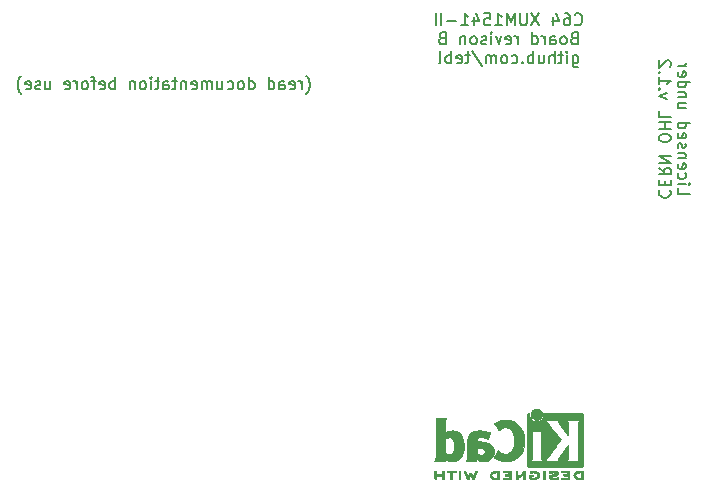
<source format=gbo>
G04 #@! TF.GenerationSoftware,KiCad,Pcbnew,(6.0.6)*
G04 #@! TF.CreationDate,2022-07-20T11:36:08+02:00*
G04 #@! TF.ProjectId,C64 XUM1541-II,43363420-5855-44d3-9135-34312d49492e,rev?*
G04 #@! TF.SameCoordinates,Original*
G04 #@! TF.FileFunction,Legend,Bot*
G04 #@! TF.FilePolarity,Positive*
%FSLAX46Y46*%
G04 Gerber Fmt 4.6, Leading zero omitted, Abs format (unit mm)*
G04 Created by KiCad (PCBNEW (6.0.6)) date 2022-07-20 11:36:08*
%MOMM*%
%LPD*%
G01*
G04 APERTURE LIST*
%ADD10C,0.150000*%
%ADD11C,0.010000*%
G04 APERTURE END LIST*
D10*
X158630238Y-60977142D02*
X158677857Y-61024761D01*
X158820714Y-61072380D01*
X158915952Y-61072380D01*
X159058809Y-61024761D01*
X159154047Y-60929523D01*
X159201666Y-60834285D01*
X159249285Y-60643809D01*
X159249285Y-60500952D01*
X159201666Y-60310476D01*
X159154047Y-60215238D01*
X159058809Y-60120000D01*
X158915952Y-60072380D01*
X158820714Y-60072380D01*
X158677857Y-60120000D01*
X158630238Y-60167619D01*
X157773095Y-60072380D02*
X157963571Y-60072380D01*
X158058809Y-60120000D01*
X158106428Y-60167619D01*
X158201666Y-60310476D01*
X158249285Y-60500952D01*
X158249285Y-60881904D01*
X158201666Y-60977142D01*
X158154047Y-61024761D01*
X158058809Y-61072380D01*
X157868333Y-61072380D01*
X157773095Y-61024761D01*
X157725476Y-60977142D01*
X157677857Y-60881904D01*
X157677857Y-60643809D01*
X157725476Y-60548571D01*
X157773095Y-60500952D01*
X157868333Y-60453333D01*
X158058809Y-60453333D01*
X158154047Y-60500952D01*
X158201666Y-60548571D01*
X158249285Y-60643809D01*
X156820714Y-60405714D02*
X156820714Y-61072380D01*
X157058809Y-60024761D02*
X157296904Y-60739047D01*
X156677857Y-60739047D01*
X155630238Y-60072380D02*
X154963571Y-61072380D01*
X154963571Y-60072380D02*
X155630238Y-61072380D01*
X154582619Y-60072380D02*
X154582619Y-60881904D01*
X154535000Y-60977142D01*
X154487380Y-61024761D01*
X154392142Y-61072380D01*
X154201666Y-61072380D01*
X154106428Y-61024761D01*
X154058809Y-60977142D01*
X154011190Y-60881904D01*
X154011190Y-60072380D01*
X153535000Y-61072380D02*
X153535000Y-60072380D01*
X153201666Y-60786666D01*
X152868333Y-60072380D01*
X152868333Y-61072380D01*
X151868333Y-61072380D02*
X152439761Y-61072380D01*
X152154047Y-61072380D02*
X152154047Y-60072380D01*
X152249285Y-60215238D01*
X152344523Y-60310476D01*
X152439761Y-60358095D01*
X150963571Y-60072380D02*
X151439761Y-60072380D01*
X151487380Y-60548571D01*
X151439761Y-60500952D01*
X151344523Y-60453333D01*
X151106428Y-60453333D01*
X151011190Y-60500952D01*
X150963571Y-60548571D01*
X150915952Y-60643809D01*
X150915952Y-60881904D01*
X150963571Y-60977142D01*
X151011190Y-61024761D01*
X151106428Y-61072380D01*
X151344523Y-61072380D01*
X151439761Y-61024761D01*
X151487380Y-60977142D01*
X150058809Y-60405714D02*
X150058809Y-61072380D01*
X150296904Y-60024761D02*
X150535000Y-60739047D01*
X149915952Y-60739047D01*
X149011190Y-61072380D02*
X149582619Y-61072380D01*
X149296904Y-61072380D02*
X149296904Y-60072380D01*
X149392142Y-60215238D01*
X149487380Y-60310476D01*
X149582619Y-60358095D01*
X148582619Y-60691428D02*
X147820714Y-60691428D01*
X147344523Y-61072380D02*
X147344523Y-60072380D01*
X146868333Y-61072380D02*
X146868333Y-60072380D01*
X158558809Y-62158571D02*
X158415952Y-62206190D01*
X158368333Y-62253809D01*
X158320714Y-62349047D01*
X158320714Y-62491904D01*
X158368333Y-62587142D01*
X158415952Y-62634761D01*
X158511190Y-62682380D01*
X158892142Y-62682380D01*
X158892142Y-61682380D01*
X158558809Y-61682380D01*
X158463571Y-61730000D01*
X158415952Y-61777619D01*
X158368333Y-61872857D01*
X158368333Y-61968095D01*
X158415952Y-62063333D01*
X158463571Y-62110952D01*
X158558809Y-62158571D01*
X158892142Y-62158571D01*
X157749285Y-62682380D02*
X157844523Y-62634761D01*
X157892142Y-62587142D01*
X157939761Y-62491904D01*
X157939761Y-62206190D01*
X157892142Y-62110952D01*
X157844523Y-62063333D01*
X157749285Y-62015714D01*
X157606428Y-62015714D01*
X157511190Y-62063333D01*
X157463571Y-62110952D01*
X157415952Y-62206190D01*
X157415952Y-62491904D01*
X157463571Y-62587142D01*
X157511190Y-62634761D01*
X157606428Y-62682380D01*
X157749285Y-62682380D01*
X156558809Y-62682380D02*
X156558809Y-62158571D01*
X156606428Y-62063333D01*
X156701666Y-62015714D01*
X156892142Y-62015714D01*
X156987380Y-62063333D01*
X156558809Y-62634761D02*
X156654047Y-62682380D01*
X156892142Y-62682380D01*
X156987380Y-62634761D01*
X157035000Y-62539523D01*
X157035000Y-62444285D01*
X156987380Y-62349047D01*
X156892142Y-62301428D01*
X156654047Y-62301428D01*
X156558809Y-62253809D01*
X156082619Y-62682380D02*
X156082619Y-62015714D01*
X156082619Y-62206190D02*
X156035000Y-62110952D01*
X155987380Y-62063333D01*
X155892142Y-62015714D01*
X155796904Y-62015714D01*
X155035000Y-62682380D02*
X155035000Y-61682380D01*
X155035000Y-62634761D02*
X155130238Y-62682380D01*
X155320714Y-62682380D01*
X155415952Y-62634761D01*
X155463571Y-62587142D01*
X155511190Y-62491904D01*
X155511190Y-62206190D01*
X155463571Y-62110952D01*
X155415952Y-62063333D01*
X155320714Y-62015714D01*
X155130238Y-62015714D01*
X155035000Y-62063333D01*
X153796904Y-62682380D02*
X153796904Y-62015714D01*
X153796904Y-62206190D02*
X153749285Y-62110952D01*
X153701666Y-62063333D01*
X153606428Y-62015714D01*
X153511190Y-62015714D01*
X152796904Y-62634761D02*
X152892142Y-62682380D01*
X153082619Y-62682380D01*
X153177857Y-62634761D01*
X153225476Y-62539523D01*
X153225476Y-62158571D01*
X153177857Y-62063333D01*
X153082619Y-62015714D01*
X152892142Y-62015714D01*
X152796904Y-62063333D01*
X152749285Y-62158571D01*
X152749285Y-62253809D01*
X153225476Y-62349047D01*
X152415952Y-62015714D02*
X152177857Y-62682380D01*
X151939761Y-62015714D01*
X151558809Y-62682380D02*
X151558809Y-62015714D01*
X151558809Y-61682380D02*
X151606428Y-61730000D01*
X151558809Y-61777619D01*
X151511190Y-61730000D01*
X151558809Y-61682380D01*
X151558809Y-61777619D01*
X151130238Y-62634761D02*
X151035000Y-62682380D01*
X150844523Y-62682380D01*
X150749285Y-62634761D01*
X150701666Y-62539523D01*
X150701666Y-62491904D01*
X150749285Y-62396666D01*
X150844523Y-62349047D01*
X150987380Y-62349047D01*
X151082619Y-62301428D01*
X151130238Y-62206190D01*
X151130238Y-62158571D01*
X151082619Y-62063333D01*
X150987380Y-62015714D01*
X150844523Y-62015714D01*
X150749285Y-62063333D01*
X150130238Y-62682380D02*
X150225476Y-62634761D01*
X150273095Y-62587142D01*
X150320714Y-62491904D01*
X150320714Y-62206190D01*
X150273095Y-62110952D01*
X150225476Y-62063333D01*
X150130238Y-62015714D01*
X149987380Y-62015714D01*
X149892142Y-62063333D01*
X149844523Y-62110952D01*
X149796904Y-62206190D01*
X149796904Y-62491904D01*
X149844523Y-62587142D01*
X149892142Y-62634761D01*
X149987380Y-62682380D01*
X150130238Y-62682380D01*
X149368333Y-62015714D02*
X149368333Y-62682380D01*
X149368333Y-62110952D02*
X149320714Y-62063333D01*
X149225476Y-62015714D01*
X149082619Y-62015714D01*
X148987380Y-62063333D01*
X148939761Y-62158571D01*
X148939761Y-62682380D01*
X147368333Y-62158571D02*
X147225476Y-62206190D01*
X147177857Y-62253809D01*
X147130238Y-62349047D01*
X147130238Y-62491904D01*
X147177857Y-62587142D01*
X147225476Y-62634761D01*
X147320714Y-62682380D01*
X147701666Y-62682380D01*
X147701666Y-61682380D01*
X147368333Y-61682380D01*
X147273095Y-61730000D01*
X147225476Y-61777619D01*
X147177857Y-61872857D01*
X147177857Y-61968095D01*
X147225476Y-62063333D01*
X147273095Y-62110952D01*
X147368333Y-62158571D01*
X147701666Y-62158571D01*
X158439761Y-63625714D02*
X158439761Y-64435238D01*
X158487380Y-64530476D01*
X158535000Y-64578095D01*
X158630238Y-64625714D01*
X158773095Y-64625714D01*
X158868333Y-64578095D01*
X158439761Y-64244761D02*
X158535000Y-64292380D01*
X158725476Y-64292380D01*
X158820714Y-64244761D01*
X158868333Y-64197142D01*
X158915952Y-64101904D01*
X158915952Y-63816190D01*
X158868333Y-63720952D01*
X158820714Y-63673333D01*
X158725476Y-63625714D01*
X158535000Y-63625714D01*
X158439761Y-63673333D01*
X157963571Y-64292380D02*
X157963571Y-63625714D01*
X157963571Y-63292380D02*
X158011190Y-63340000D01*
X157963571Y-63387619D01*
X157915952Y-63340000D01*
X157963571Y-63292380D01*
X157963571Y-63387619D01*
X157630238Y-63625714D02*
X157249285Y-63625714D01*
X157487380Y-63292380D02*
X157487380Y-64149523D01*
X157439761Y-64244761D01*
X157344523Y-64292380D01*
X157249285Y-64292380D01*
X156915952Y-64292380D02*
X156915952Y-63292380D01*
X156487380Y-64292380D02*
X156487380Y-63768571D01*
X156535000Y-63673333D01*
X156630238Y-63625714D01*
X156773095Y-63625714D01*
X156868333Y-63673333D01*
X156915952Y-63720952D01*
X155582619Y-63625714D02*
X155582619Y-64292380D01*
X156011190Y-63625714D02*
X156011190Y-64149523D01*
X155963571Y-64244761D01*
X155868333Y-64292380D01*
X155725476Y-64292380D01*
X155630238Y-64244761D01*
X155582619Y-64197142D01*
X155106428Y-64292380D02*
X155106428Y-63292380D01*
X155106428Y-63673333D02*
X155011190Y-63625714D01*
X154820714Y-63625714D01*
X154725476Y-63673333D01*
X154677857Y-63720952D01*
X154630238Y-63816190D01*
X154630238Y-64101904D01*
X154677857Y-64197142D01*
X154725476Y-64244761D01*
X154820714Y-64292380D01*
X155011190Y-64292380D01*
X155106428Y-64244761D01*
X154201666Y-64197142D02*
X154154047Y-64244761D01*
X154201666Y-64292380D01*
X154249285Y-64244761D01*
X154201666Y-64197142D01*
X154201666Y-64292380D01*
X153296904Y-64244761D02*
X153392142Y-64292380D01*
X153582619Y-64292380D01*
X153677857Y-64244761D01*
X153725476Y-64197142D01*
X153773095Y-64101904D01*
X153773095Y-63816190D01*
X153725476Y-63720952D01*
X153677857Y-63673333D01*
X153582619Y-63625714D01*
X153392142Y-63625714D01*
X153296904Y-63673333D01*
X152725476Y-64292380D02*
X152820714Y-64244761D01*
X152868333Y-64197142D01*
X152915952Y-64101904D01*
X152915952Y-63816190D01*
X152868333Y-63720952D01*
X152820714Y-63673333D01*
X152725476Y-63625714D01*
X152582619Y-63625714D01*
X152487380Y-63673333D01*
X152439761Y-63720952D01*
X152392142Y-63816190D01*
X152392142Y-64101904D01*
X152439761Y-64197142D01*
X152487380Y-64244761D01*
X152582619Y-64292380D01*
X152725476Y-64292380D01*
X151963571Y-64292380D02*
X151963571Y-63625714D01*
X151963571Y-63720952D02*
X151915952Y-63673333D01*
X151820714Y-63625714D01*
X151677857Y-63625714D01*
X151582619Y-63673333D01*
X151535000Y-63768571D01*
X151535000Y-64292380D01*
X151535000Y-63768571D02*
X151487380Y-63673333D01*
X151392142Y-63625714D01*
X151249285Y-63625714D01*
X151154047Y-63673333D01*
X151106428Y-63768571D01*
X151106428Y-64292380D01*
X149915952Y-63244761D02*
X150773095Y-64530476D01*
X149725476Y-63625714D02*
X149344523Y-63625714D01*
X149582619Y-63292380D02*
X149582619Y-64149523D01*
X149535000Y-64244761D01*
X149439761Y-64292380D01*
X149344523Y-64292380D01*
X148630238Y-64244761D02*
X148725476Y-64292380D01*
X148915952Y-64292380D01*
X149011190Y-64244761D01*
X149058809Y-64149523D01*
X149058809Y-63768571D01*
X149011190Y-63673333D01*
X148915952Y-63625714D01*
X148725476Y-63625714D01*
X148630238Y-63673333D01*
X148582619Y-63768571D01*
X148582619Y-63863809D01*
X149058809Y-63959047D01*
X148154047Y-64292380D02*
X148154047Y-63292380D01*
X148154047Y-63673333D02*
X148058809Y-63625714D01*
X147868333Y-63625714D01*
X147773095Y-63673333D01*
X147725476Y-63720952D01*
X147677857Y-63816190D01*
X147677857Y-64101904D01*
X147725476Y-64197142D01*
X147773095Y-64244761D01*
X147868333Y-64292380D01*
X148058809Y-64292380D01*
X148154047Y-64244761D01*
X147106428Y-64292380D02*
X147201666Y-64244761D01*
X147249285Y-64149523D01*
X147249285Y-63292380D01*
X135896428Y-66873333D02*
X135944047Y-66825714D01*
X136039285Y-66682857D01*
X136086904Y-66587619D01*
X136134523Y-66444761D01*
X136182142Y-66206666D01*
X136182142Y-66016190D01*
X136134523Y-65778095D01*
X136086904Y-65635238D01*
X136039285Y-65540000D01*
X135944047Y-65397142D01*
X135896428Y-65349523D01*
X135515476Y-66492380D02*
X135515476Y-65825714D01*
X135515476Y-66016190D02*
X135467857Y-65920952D01*
X135420238Y-65873333D01*
X135325000Y-65825714D01*
X135229761Y-65825714D01*
X134515476Y-66444761D02*
X134610714Y-66492380D01*
X134801190Y-66492380D01*
X134896428Y-66444761D01*
X134944047Y-66349523D01*
X134944047Y-65968571D01*
X134896428Y-65873333D01*
X134801190Y-65825714D01*
X134610714Y-65825714D01*
X134515476Y-65873333D01*
X134467857Y-65968571D01*
X134467857Y-66063809D01*
X134944047Y-66159047D01*
X133610714Y-66492380D02*
X133610714Y-65968571D01*
X133658333Y-65873333D01*
X133753571Y-65825714D01*
X133944047Y-65825714D01*
X134039285Y-65873333D01*
X133610714Y-66444761D02*
X133705952Y-66492380D01*
X133944047Y-66492380D01*
X134039285Y-66444761D01*
X134086904Y-66349523D01*
X134086904Y-66254285D01*
X134039285Y-66159047D01*
X133944047Y-66111428D01*
X133705952Y-66111428D01*
X133610714Y-66063809D01*
X132705952Y-66492380D02*
X132705952Y-65492380D01*
X132705952Y-66444761D02*
X132801190Y-66492380D01*
X132991666Y-66492380D01*
X133086904Y-66444761D01*
X133134523Y-66397142D01*
X133182142Y-66301904D01*
X133182142Y-66016190D01*
X133134523Y-65920952D01*
X133086904Y-65873333D01*
X132991666Y-65825714D01*
X132801190Y-65825714D01*
X132705952Y-65873333D01*
X131039285Y-66492380D02*
X131039285Y-65492380D01*
X131039285Y-66444761D02*
X131134523Y-66492380D01*
X131325000Y-66492380D01*
X131420238Y-66444761D01*
X131467857Y-66397142D01*
X131515476Y-66301904D01*
X131515476Y-66016190D01*
X131467857Y-65920952D01*
X131420238Y-65873333D01*
X131325000Y-65825714D01*
X131134523Y-65825714D01*
X131039285Y-65873333D01*
X130420238Y-66492380D02*
X130515476Y-66444761D01*
X130563095Y-66397142D01*
X130610714Y-66301904D01*
X130610714Y-66016190D01*
X130563095Y-65920952D01*
X130515476Y-65873333D01*
X130420238Y-65825714D01*
X130277380Y-65825714D01*
X130182142Y-65873333D01*
X130134523Y-65920952D01*
X130086904Y-66016190D01*
X130086904Y-66301904D01*
X130134523Y-66397142D01*
X130182142Y-66444761D01*
X130277380Y-66492380D01*
X130420238Y-66492380D01*
X129229761Y-66444761D02*
X129325000Y-66492380D01*
X129515476Y-66492380D01*
X129610714Y-66444761D01*
X129658333Y-66397142D01*
X129705952Y-66301904D01*
X129705952Y-66016190D01*
X129658333Y-65920952D01*
X129610714Y-65873333D01*
X129515476Y-65825714D01*
X129325000Y-65825714D01*
X129229761Y-65873333D01*
X128372619Y-65825714D02*
X128372619Y-66492380D01*
X128801190Y-65825714D02*
X128801190Y-66349523D01*
X128753571Y-66444761D01*
X128658333Y-66492380D01*
X128515476Y-66492380D01*
X128420238Y-66444761D01*
X128372619Y-66397142D01*
X127896428Y-66492380D02*
X127896428Y-65825714D01*
X127896428Y-65920952D02*
X127848809Y-65873333D01*
X127753571Y-65825714D01*
X127610714Y-65825714D01*
X127515476Y-65873333D01*
X127467857Y-65968571D01*
X127467857Y-66492380D01*
X127467857Y-65968571D02*
X127420238Y-65873333D01*
X127325000Y-65825714D01*
X127182142Y-65825714D01*
X127086904Y-65873333D01*
X127039285Y-65968571D01*
X127039285Y-66492380D01*
X126182142Y-66444761D02*
X126277380Y-66492380D01*
X126467857Y-66492380D01*
X126563095Y-66444761D01*
X126610714Y-66349523D01*
X126610714Y-65968571D01*
X126563095Y-65873333D01*
X126467857Y-65825714D01*
X126277380Y-65825714D01*
X126182142Y-65873333D01*
X126134523Y-65968571D01*
X126134523Y-66063809D01*
X126610714Y-66159047D01*
X125705952Y-65825714D02*
X125705952Y-66492380D01*
X125705952Y-65920952D02*
X125658333Y-65873333D01*
X125563095Y-65825714D01*
X125420238Y-65825714D01*
X125325000Y-65873333D01*
X125277380Y-65968571D01*
X125277380Y-66492380D01*
X124944047Y-65825714D02*
X124563095Y-65825714D01*
X124801190Y-65492380D02*
X124801190Y-66349523D01*
X124753571Y-66444761D01*
X124658333Y-66492380D01*
X124563095Y-66492380D01*
X123801190Y-66492380D02*
X123801190Y-65968571D01*
X123848809Y-65873333D01*
X123944047Y-65825714D01*
X124134523Y-65825714D01*
X124229761Y-65873333D01*
X123801190Y-66444761D02*
X123896428Y-66492380D01*
X124134523Y-66492380D01*
X124229761Y-66444761D01*
X124277380Y-66349523D01*
X124277380Y-66254285D01*
X124229761Y-66159047D01*
X124134523Y-66111428D01*
X123896428Y-66111428D01*
X123801190Y-66063809D01*
X123467857Y-65825714D02*
X123086904Y-65825714D01*
X123325000Y-65492380D02*
X123325000Y-66349523D01*
X123277380Y-66444761D01*
X123182142Y-66492380D01*
X123086904Y-66492380D01*
X122753571Y-66492380D02*
X122753571Y-65825714D01*
X122753571Y-65492380D02*
X122801190Y-65540000D01*
X122753571Y-65587619D01*
X122705952Y-65540000D01*
X122753571Y-65492380D01*
X122753571Y-65587619D01*
X122134523Y-66492380D02*
X122229761Y-66444761D01*
X122277380Y-66397142D01*
X122325000Y-66301904D01*
X122325000Y-66016190D01*
X122277380Y-65920952D01*
X122229761Y-65873333D01*
X122134523Y-65825714D01*
X121991666Y-65825714D01*
X121896428Y-65873333D01*
X121848809Y-65920952D01*
X121801190Y-66016190D01*
X121801190Y-66301904D01*
X121848809Y-66397142D01*
X121896428Y-66444761D01*
X121991666Y-66492380D01*
X122134523Y-66492380D01*
X121372619Y-65825714D02*
X121372619Y-66492380D01*
X121372619Y-65920952D02*
X121325000Y-65873333D01*
X121229761Y-65825714D01*
X121086904Y-65825714D01*
X120991666Y-65873333D01*
X120944047Y-65968571D01*
X120944047Y-66492380D01*
X119705952Y-66492380D02*
X119705952Y-65492380D01*
X119705952Y-65873333D02*
X119610714Y-65825714D01*
X119420238Y-65825714D01*
X119325000Y-65873333D01*
X119277380Y-65920952D01*
X119229761Y-66016190D01*
X119229761Y-66301904D01*
X119277380Y-66397142D01*
X119325000Y-66444761D01*
X119420238Y-66492380D01*
X119610714Y-66492380D01*
X119705952Y-66444761D01*
X118420238Y-66444761D02*
X118515476Y-66492380D01*
X118705952Y-66492380D01*
X118801190Y-66444761D01*
X118848809Y-66349523D01*
X118848809Y-65968571D01*
X118801190Y-65873333D01*
X118705952Y-65825714D01*
X118515476Y-65825714D01*
X118420238Y-65873333D01*
X118372619Y-65968571D01*
X118372619Y-66063809D01*
X118848809Y-66159047D01*
X118086904Y-65825714D02*
X117705952Y-65825714D01*
X117944047Y-66492380D02*
X117944047Y-65635238D01*
X117896428Y-65540000D01*
X117801190Y-65492380D01*
X117705952Y-65492380D01*
X117229761Y-66492380D02*
X117325000Y-66444761D01*
X117372619Y-66397142D01*
X117420238Y-66301904D01*
X117420238Y-66016190D01*
X117372619Y-65920952D01*
X117325000Y-65873333D01*
X117229761Y-65825714D01*
X117086904Y-65825714D01*
X116991666Y-65873333D01*
X116944047Y-65920952D01*
X116896428Y-66016190D01*
X116896428Y-66301904D01*
X116944047Y-66397142D01*
X116991666Y-66444761D01*
X117086904Y-66492380D01*
X117229761Y-66492380D01*
X116467857Y-66492380D02*
X116467857Y-65825714D01*
X116467857Y-66016190D02*
X116420238Y-65920952D01*
X116372619Y-65873333D01*
X116277380Y-65825714D01*
X116182142Y-65825714D01*
X115467857Y-66444761D02*
X115563095Y-66492380D01*
X115753571Y-66492380D01*
X115848809Y-66444761D01*
X115896428Y-66349523D01*
X115896428Y-65968571D01*
X115848809Y-65873333D01*
X115753571Y-65825714D01*
X115563095Y-65825714D01*
X115467857Y-65873333D01*
X115420238Y-65968571D01*
X115420238Y-66063809D01*
X115896428Y-66159047D01*
X113801190Y-65825714D02*
X113801190Y-66492380D01*
X114229761Y-65825714D02*
X114229761Y-66349523D01*
X114182142Y-66444761D01*
X114086904Y-66492380D01*
X113944047Y-66492380D01*
X113848809Y-66444761D01*
X113801190Y-66397142D01*
X113372619Y-66444761D02*
X113277380Y-66492380D01*
X113086904Y-66492380D01*
X112991666Y-66444761D01*
X112944047Y-66349523D01*
X112944047Y-66301904D01*
X112991666Y-66206666D01*
X113086904Y-66159047D01*
X113229761Y-66159047D01*
X113325000Y-66111428D01*
X113372619Y-66016190D01*
X113372619Y-65968571D01*
X113325000Y-65873333D01*
X113229761Y-65825714D01*
X113086904Y-65825714D01*
X112991666Y-65873333D01*
X112134523Y-66444761D02*
X112229761Y-66492380D01*
X112420238Y-66492380D01*
X112515476Y-66444761D01*
X112563095Y-66349523D01*
X112563095Y-65968571D01*
X112515476Y-65873333D01*
X112420238Y-65825714D01*
X112229761Y-65825714D01*
X112134523Y-65873333D01*
X112086904Y-65968571D01*
X112086904Y-66063809D01*
X112563095Y-66159047D01*
X111753571Y-66873333D02*
X111705952Y-66825714D01*
X111610714Y-66682857D01*
X111563095Y-66587619D01*
X111515476Y-66444761D01*
X111467857Y-66206666D01*
X111467857Y-66016190D01*
X111515476Y-65778095D01*
X111563095Y-65635238D01*
X111610714Y-65540000D01*
X111705952Y-65397142D01*
X111753571Y-65349523D01*
X167357619Y-74850000D02*
X167357619Y-75326190D01*
X168357619Y-75326190D01*
X167357619Y-74516666D02*
X168024285Y-74516666D01*
X168357619Y-74516666D02*
X168310000Y-74564285D01*
X168262380Y-74516666D01*
X168310000Y-74469047D01*
X168357619Y-74516666D01*
X168262380Y-74516666D01*
X167405238Y-73611904D02*
X167357619Y-73707142D01*
X167357619Y-73897619D01*
X167405238Y-73992857D01*
X167452857Y-74040476D01*
X167548095Y-74088095D01*
X167833809Y-74088095D01*
X167929047Y-74040476D01*
X167976666Y-73992857D01*
X168024285Y-73897619D01*
X168024285Y-73707142D01*
X167976666Y-73611904D01*
X167405238Y-72802380D02*
X167357619Y-72897619D01*
X167357619Y-73088095D01*
X167405238Y-73183333D01*
X167500476Y-73230952D01*
X167881428Y-73230952D01*
X167976666Y-73183333D01*
X168024285Y-73088095D01*
X168024285Y-72897619D01*
X167976666Y-72802380D01*
X167881428Y-72754761D01*
X167786190Y-72754761D01*
X167690952Y-73230952D01*
X168024285Y-72326190D02*
X167357619Y-72326190D01*
X167929047Y-72326190D02*
X167976666Y-72278571D01*
X168024285Y-72183333D01*
X168024285Y-72040476D01*
X167976666Y-71945238D01*
X167881428Y-71897619D01*
X167357619Y-71897619D01*
X167405238Y-71469047D02*
X167357619Y-71373809D01*
X167357619Y-71183333D01*
X167405238Y-71088095D01*
X167500476Y-71040476D01*
X167548095Y-71040476D01*
X167643333Y-71088095D01*
X167690952Y-71183333D01*
X167690952Y-71326190D01*
X167738571Y-71421428D01*
X167833809Y-71469047D01*
X167881428Y-71469047D01*
X167976666Y-71421428D01*
X168024285Y-71326190D01*
X168024285Y-71183333D01*
X167976666Y-71088095D01*
X167405238Y-70230952D02*
X167357619Y-70326190D01*
X167357619Y-70516666D01*
X167405238Y-70611904D01*
X167500476Y-70659523D01*
X167881428Y-70659523D01*
X167976666Y-70611904D01*
X168024285Y-70516666D01*
X168024285Y-70326190D01*
X167976666Y-70230952D01*
X167881428Y-70183333D01*
X167786190Y-70183333D01*
X167690952Y-70659523D01*
X167357619Y-69326190D02*
X168357619Y-69326190D01*
X167405238Y-69326190D02*
X167357619Y-69421428D01*
X167357619Y-69611904D01*
X167405238Y-69707142D01*
X167452857Y-69754761D01*
X167548095Y-69802380D01*
X167833809Y-69802380D01*
X167929047Y-69754761D01*
X167976666Y-69707142D01*
X168024285Y-69611904D01*
X168024285Y-69421428D01*
X167976666Y-69326190D01*
X168024285Y-67659523D02*
X167357619Y-67659523D01*
X168024285Y-68088095D02*
X167500476Y-68088095D01*
X167405238Y-68040476D01*
X167357619Y-67945238D01*
X167357619Y-67802380D01*
X167405238Y-67707142D01*
X167452857Y-67659523D01*
X168024285Y-67183333D02*
X167357619Y-67183333D01*
X167929047Y-67183333D02*
X167976666Y-67135714D01*
X168024285Y-67040476D01*
X168024285Y-66897619D01*
X167976666Y-66802380D01*
X167881428Y-66754761D01*
X167357619Y-66754761D01*
X167357619Y-65850000D02*
X168357619Y-65850000D01*
X167405238Y-65850000D02*
X167357619Y-65945238D01*
X167357619Y-66135714D01*
X167405238Y-66230952D01*
X167452857Y-66278571D01*
X167548095Y-66326190D01*
X167833809Y-66326190D01*
X167929047Y-66278571D01*
X167976666Y-66230952D01*
X168024285Y-66135714D01*
X168024285Y-65945238D01*
X167976666Y-65850000D01*
X167405238Y-64992857D02*
X167357619Y-65088095D01*
X167357619Y-65278571D01*
X167405238Y-65373809D01*
X167500476Y-65421428D01*
X167881428Y-65421428D01*
X167976666Y-65373809D01*
X168024285Y-65278571D01*
X168024285Y-65088095D01*
X167976666Y-64992857D01*
X167881428Y-64945238D01*
X167786190Y-64945238D01*
X167690952Y-65421428D01*
X167357619Y-64516666D02*
X168024285Y-64516666D01*
X167833809Y-64516666D02*
X167929047Y-64469047D01*
X167976666Y-64421428D01*
X168024285Y-64326190D01*
X168024285Y-64230952D01*
X165842857Y-75040476D02*
X165795238Y-75088095D01*
X165747619Y-75230952D01*
X165747619Y-75326190D01*
X165795238Y-75469047D01*
X165890476Y-75564285D01*
X165985714Y-75611904D01*
X166176190Y-75659523D01*
X166319047Y-75659523D01*
X166509523Y-75611904D01*
X166604761Y-75564285D01*
X166700000Y-75469047D01*
X166747619Y-75326190D01*
X166747619Y-75230952D01*
X166700000Y-75088095D01*
X166652380Y-75040476D01*
X166271428Y-74611904D02*
X166271428Y-74278571D01*
X165747619Y-74135714D02*
X165747619Y-74611904D01*
X166747619Y-74611904D01*
X166747619Y-74135714D01*
X165747619Y-73135714D02*
X166223809Y-73469047D01*
X165747619Y-73707142D02*
X166747619Y-73707142D01*
X166747619Y-73326190D01*
X166700000Y-73230952D01*
X166652380Y-73183333D01*
X166557142Y-73135714D01*
X166414285Y-73135714D01*
X166319047Y-73183333D01*
X166271428Y-73230952D01*
X166223809Y-73326190D01*
X166223809Y-73707142D01*
X165747619Y-72707142D02*
X166747619Y-72707142D01*
X165747619Y-72135714D01*
X166747619Y-72135714D01*
X166747619Y-70707142D02*
X166747619Y-70516666D01*
X166700000Y-70421428D01*
X166604761Y-70326190D01*
X166414285Y-70278571D01*
X166080952Y-70278571D01*
X165890476Y-70326190D01*
X165795238Y-70421428D01*
X165747619Y-70516666D01*
X165747619Y-70707142D01*
X165795238Y-70802380D01*
X165890476Y-70897619D01*
X166080952Y-70945238D01*
X166414285Y-70945238D01*
X166604761Y-70897619D01*
X166700000Y-70802380D01*
X166747619Y-70707142D01*
X165747619Y-69850000D02*
X166747619Y-69850000D01*
X166271428Y-69850000D02*
X166271428Y-69278571D01*
X165747619Y-69278571D02*
X166747619Y-69278571D01*
X165747619Y-68326190D02*
X165747619Y-68802380D01*
X166747619Y-68802380D01*
X166414285Y-67326190D02*
X165747619Y-67088095D01*
X166414285Y-66850000D01*
X165842857Y-66469047D02*
X165795238Y-66421428D01*
X165747619Y-66469047D01*
X165795238Y-66516666D01*
X165842857Y-66469047D01*
X165747619Y-66469047D01*
X165747619Y-65469047D02*
X165747619Y-66040476D01*
X165747619Y-65754761D02*
X166747619Y-65754761D01*
X166604761Y-65850000D01*
X166509523Y-65945238D01*
X166461904Y-66040476D01*
X165842857Y-65040476D02*
X165795238Y-64992857D01*
X165747619Y-65040476D01*
X165795238Y-65088095D01*
X165842857Y-65040476D01*
X165747619Y-65040476D01*
X166652380Y-64611904D02*
X166700000Y-64564285D01*
X166747619Y-64469047D01*
X166747619Y-64230952D01*
X166700000Y-64135714D01*
X166652380Y-64088095D01*
X166557142Y-64040476D01*
X166461904Y-64040476D01*
X166319047Y-64088095D01*
X165747619Y-64659523D01*
X165747619Y-64040476D01*
G36*
X159311870Y-99055041D02*
G01*
X159311622Y-99155956D01*
X159311583Y-99231617D01*
X159311328Y-99309526D01*
X159310684Y-99369536D01*
X159309480Y-99414264D01*
X159307543Y-99446326D01*
X159304703Y-99468340D01*
X159300788Y-99482924D01*
X159295626Y-99492694D01*
X159289045Y-99500267D01*
X159282077Y-99506501D01*
X159269079Y-99513801D01*
X159249931Y-99518554D01*
X159220528Y-99521292D01*
X159176762Y-99522545D01*
X159114528Y-99522845D01*
X159065582Y-99522469D01*
X158958722Y-99518041D01*
X158869494Y-99507953D01*
X158794696Y-99491365D01*
X158731125Y-99467435D01*
X158675579Y-99435321D01*
X158624854Y-99394182D01*
X158618866Y-99388330D01*
X158581999Y-99339821D01*
X158550899Y-99279013D01*
X158529417Y-99214769D01*
X158524136Y-99176026D01*
X158671353Y-99176026D01*
X158689635Y-99226961D01*
X158719305Y-99272878D01*
X158766002Y-99315287D01*
X158827392Y-99345090D01*
X158906538Y-99364226D01*
X158908028Y-99364464D01*
X158956999Y-99370256D01*
X159015693Y-99374396D01*
X159071734Y-99376004D01*
X159164867Y-99376089D01*
X159164867Y-98935822D01*
X159088667Y-98935808D01*
X159085639Y-98935817D01*
X159034519Y-98937782D01*
X158974416Y-98942507D01*
X158917708Y-98949035D01*
X158867750Y-98958331D01*
X158792998Y-98984600D01*
X158735489Y-99023899D01*
X158693988Y-99076933D01*
X158672771Y-99128200D01*
X158671353Y-99176026D01*
X158524136Y-99176026D01*
X158521400Y-99155956D01*
X158522679Y-99134739D01*
X158534991Y-99077323D01*
X158557520Y-99017413D01*
X158586750Y-98963363D01*
X158619167Y-98923532D01*
X158638708Y-98906510D01*
X158693420Y-98867322D01*
X158753723Y-98837193D01*
X158822919Y-98815232D01*
X158904311Y-98800550D01*
X159001200Y-98792259D01*
X159116889Y-98789467D01*
X159156371Y-98789066D01*
X159202082Y-98788653D01*
X159237883Y-98790457D01*
X159264974Y-98796739D01*
X159284556Y-98809759D01*
X159297830Y-98831778D01*
X159305998Y-98865055D01*
X159310260Y-98911851D01*
X159310857Y-98935822D01*
X159311817Y-98974427D01*
X159311870Y-99055041D01*
G37*
D11*
X159311870Y-99055041D02*
X159311622Y-99155956D01*
X159311583Y-99231617D01*
X159311328Y-99309526D01*
X159310684Y-99369536D01*
X159309480Y-99414264D01*
X159307543Y-99446326D01*
X159304703Y-99468340D01*
X159300788Y-99482924D01*
X159295626Y-99492694D01*
X159289045Y-99500267D01*
X159282077Y-99506501D01*
X159269079Y-99513801D01*
X159249931Y-99518554D01*
X159220528Y-99521292D01*
X159176762Y-99522545D01*
X159114528Y-99522845D01*
X159065582Y-99522469D01*
X158958722Y-99518041D01*
X158869494Y-99507953D01*
X158794696Y-99491365D01*
X158731125Y-99467435D01*
X158675579Y-99435321D01*
X158624854Y-99394182D01*
X158618866Y-99388330D01*
X158581999Y-99339821D01*
X158550899Y-99279013D01*
X158529417Y-99214769D01*
X158524136Y-99176026D01*
X158671353Y-99176026D01*
X158689635Y-99226961D01*
X158719305Y-99272878D01*
X158766002Y-99315287D01*
X158827392Y-99345090D01*
X158906538Y-99364226D01*
X158908028Y-99364464D01*
X158956999Y-99370256D01*
X159015693Y-99374396D01*
X159071734Y-99376004D01*
X159164867Y-99376089D01*
X159164867Y-98935822D01*
X159088667Y-98935808D01*
X159085639Y-98935817D01*
X159034519Y-98937782D01*
X158974416Y-98942507D01*
X158917708Y-98949035D01*
X158867750Y-98958331D01*
X158792998Y-98984600D01*
X158735489Y-99023899D01*
X158693988Y-99076933D01*
X158672771Y-99128200D01*
X158671353Y-99176026D01*
X158524136Y-99176026D01*
X158521400Y-99155956D01*
X158522679Y-99134739D01*
X158534991Y-99077323D01*
X158557520Y-99017413D01*
X158586750Y-98963363D01*
X158619167Y-98923532D01*
X158638708Y-98906510D01*
X158693420Y-98867322D01*
X158753723Y-98837193D01*
X158822919Y-98815232D01*
X158904311Y-98800550D01*
X159001200Y-98792259D01*
X159116889Y-98789467D01*
X159156371Y-98789066D01*
X159202082Y-98788653D01*
X159237883Y-98790457D01*
X159264974Y-98796739D01*
X159284556Y-98809759D01*
X159297830Y-98831778D01*
X159305998Y-98865055D01*
X159310260Y-98911851D01*
X159310857Y-98935822D01*
X159311817Y-98974427D01*
X159311870Y-99055041D01*
G36*
X157891734Y-98789083D02*
G01*
X157968831Y-98789275D01*
X158027777Y-98789860D01*
X158071364Y-98791051D01*
X158102383Y-98793064D01*
X158123625Y-98796112D01*
X158137882Y-98800409D01*
X158147945Y-98806172D01*
X158156606Y-98813612D01*
X158158391Y-98815293D01*
X158165635Y-98822832D01*
X158171277Y-98831850D01*
X158175517Y-98844984D01*
X158178556Y-98864872D01*
X158180594Y-98894151D01*
X158181830Y-98935458D01*
X158182465Y-98991431D01*
X158182700Y-99064707D01*
X158182734Y-99157923D01*
X158182697Y-99230713D01*
X158182448Y-99308889D01*
X158181812Y-99369103D01*
X158180615Y-99413982D01*
X158178684Y-99446152D01*
X158175846Y-99468239D01*
X158171927Y-99482870D01*
X158166755Y-99492670D01*
X158160156Y-99500267D01*
X158156822Y-99503444D01*
X158148300Y-99509554D01*
X158136298Y-99514229D01*
X158118087Y-99517659D01*
X158090940Y-99520036D01*
X158052129Y-99521552D01*
X157998924Y-99522398D01*
X157928598Y-99522765D01*
X157838422Y-99522845D01*
X157796314Y-99522833D01*
X157715167Y-99522651D01*
X157652675Y-99522098D01*
X157606109Y-99520982D01*
X157572741Y-99519113D01*
X157549844Y-99516298D01*
X157534688Y-99512346D01*
X157524546Y-99507066D01*
X157516689Y-99500267D01*
X157501963Y-99478667D01*
X157494111Y-99449467D01*
X157499610Y-99425560D01*
X157516689Y-99398667D01*
X157521668Y-99394059D01*
X157531443Y-99387772D01*
X157545559Y-99383146D01*
X157567054Y-99379930D01*
X157598968Y-99377870D01*
X157644342Y-99376712D01*
X157706213Y-99376202D01*
X157787622Y-99376089D01*
X158035978Y-99376089D01*
X158035978Y-99218045D01*
X157874801Y-99218045D01*
X157838983Y-99217899D01*
X157773359Y-99216176D01*
X157726118Y-99211741D01*
X157694383Y-99203637D01*
X157675277Y-99190906D01*
X157665923Y-99172592D01*
X157663445Y-99147738D01*
X157664242Y-99127482D01*
X157669494Y-99105656D01*
X157682288Y-99090304D01*
X157705628Y-99080309D01*
X157742517Y-99074553D01*
X157795959Y-99071919D01*
X157868958Y-99071289D01*
X158037105Y-99071289D01*
X158033719Y-99006378D01*
X158030334Y-98941467D01*
X157782617Y-98938418D01*
X157720026Y-98937539D01*
X157651565Y-98936095D01*
X157600661Y-98934164D01*
X157564408Y-98931514D01*
X157539901Y-98927910D01*
X157524235Y-98923121D01*
X157514506Y-98916913D01*
X157508491Y-98910510D01*
X157495482Y-98878828D01*
X157499043Y-98843142D01*
X157518818Y-98812084D01*
X157522069Y-98809161D01*
X157531049Y-98802810D01*
X157543153Y-98797957D01*
X157561159Y-98794403D01*
X157587847Y-98791946D01*
X157625997Y-98790385D01*
X157678386Y-98789518D01*
X157747794Y-98789146D01*
X157837001Y-98789067D01*
X157891734Y-98789083D01*
G37*
X157891734Y-98789083D02*
X157968831Y-98789275D01*
X158027777Y-98789860D01*
X158071364Y-98791051D01*
X158102383Y-98793064D01*
X158123625Y-98796112D01*
X158137882Y-98800409D01*
X158147945Y-98806172D01*
X158156606Y-98813612D01*
X158158391Y-98815293D01*
X158165635Y-98822832D01*
X158171277Y-98831850D01*
X158175517Y-98844984D01*
X158178556Y-98864872D01*
X158180594Y-98894151D01*
X158181830Y-98935458D01*
X158182465Y-98991431D01*
X158182700Y-99064707D01*
X158182734Y-99157923D01*
X158182697Y-99230713D01*
X158182448Y-99308889D01*
X158181812Y-99369103D01*
X158180615Y-99413982D01*
X158178684Y-99446152D01*
X158175846Y-99468239D01*
X158171927Y-99482870D01*
X158166755Y-99492670D01*
X158160156Y-99500267D01*
X158156822Y-99503444D01*
X158148300Y-99509554D01*
X158136298Y-99514229D01*
X158118087Y-99517659D01*
X158090940Y-99520036D01*
X158052129Y-99521552D01*
X157998924Y-99522398D01*
X157928598Y-99522765D01*
X157838422Y-99522845D01*
X157796314Y-99522833D01*
X157715167Y-99522651D01*
X157652675Y-99522098D01*
X157606109Y-99520982D01*
X157572741Y-99519113D01*
X157549844Y-99516298D01*
X157534688Y-99512346D01*
X157524546Y-99507066D01*
X157516689Y-99500267D01*
X157501963Y-99478667D01*
X157494111Y-99449467D01*
X157499610Y-99425560D01*
X157516689Y-99398667D01*
X157521668Y-99394059D01*
X157531443Y-99387772D01*
X157545559Y-99383146D01*
X157567054Y-99379930D01*
X157598968Y-99377870D01*
X157644342Y-99376712D01*
X157706213Y-99376202D01*
X157787622Y-99376089D01*
X158035978Y-99376089D01*
X158035978Y-99218045D01*
X157874801Y-99218045D01*
X157838983Y-99217899D01*
X157773359Y-99216176D01*
X157726118Y-99211741D01*
X157694383Y-99203637D01*
X157675277Y-99190906D01*
X157665923Y-99172592D01*
X157663445Y-99147738D01*
X157664242Y-99127482D01*
X157669494Y-99105656D01*
X157682288Y-99090304D01*
X157705628Y-99080309D01*
X157742517Y-99074553D01*
X157795959Y-99071919D01*
X157868958Y-99071289D01*
X158037105Y-99071289D01*
X158033719Y-99006378D01*
X158030334Y-98941467D01*
X157782617Y-98938418D01*
X157720026Y-98937539D01*
X157651565Y-98936095D01*
X157600661Y-98934164D01*
X157564408Y-98931514D01*
X157539901Y-98927910D01*
X157524235Y-98923121D01*
X157514506Y-98916913D01*
X157508491Y-98910510D01*
X157495482Y-98878828D01*
X157499043Y-98843142D01*
X157518818Y-98812084D01*
X157522069Y-98809161D01*
X157531049Y-98802810D01*
X157543153Y-98797957D01*
X157561159Y-98794403D01*
X157587847Y-98791946D01*
X157625997Y-98790385D01*
X157678386Y-98789518D01*
X157747794Y-98789146D01*
X157837001Y-98789067D01*
X157891734Y-98789083D01*
G36*
X156875853Y-98789936D02*
G01*
X156942100Y-98795366D01*
X156997400Y-98804964D01*
X157048283Y-98819825D01*
X157119595Y-98852958D01*
X157170752Y-98895640D01*
X157201575Y-98947705D01*
X157211889Y-99008983D01*
X157210952Y-99040232D01*
X157205160Y-99065029D01*
X157190353Y-99086699D01*
X157162380Y-99114049D01*
X157154402Y-99121378D01*
X157130692Y-99142281D01*
X157108298Y-99159251D01*
X157084265Y-99173205D01*
X157055637Y-99185056D01*
X157019460Y-99195720D01*
X156972780Y-99206111D01*
X156912641Y-99217146D01*
X156836090Y-99229738D01*
X156740171Y-99244804D01*
X156721808Y-99247838D01*
X156659478Y-99261458D01*
X156614260Y-99277192D01*
X156587976Y-99294263D01*
X156582447Y-99311897D01*
X156585068Y-99316168D01*
X156603000Y-99331233D01*
X156631126Y-99347867D01*
X156643926Y-99353857D01*
X156665224Y-99361050D01*
X156691610Y-99365827D01*
X156727454Y-99368646D01*
X156777128Y-99369964D01*
X156845000Y-99370237D01*
X156862785Y-99370164D01*
X156930406Y-99369053D01*
X156995345Y-99366828D01*
X157050970Y-99363762D01*
X157090651Y-99360127D01*
X157126162Y-99356059D01*
X157155415Y-99355276D01*
X157174315Y-99359876D01*
X157189429Y-99370551D01*
X157193085Y-99374144D01*
X157209427Y-99405918D01*
X157208107Y-99441572D01*
X157189150Y-99472190D01*
X157168780Y-99483796D01*
X157132796Y-99496491D01*
X157090372Y-99506541D01*
X157086922Y-99507140D01*
X157044252Y-99512356D01*
X156986866Y-99516730D01*
X156921849Y-99519818D01*
X156856289Y-99521177D01*
X156840057Y-99521218D01*
X156741744Y-99518741D01*
X156661692Y-99510735D01*
X156596513Y-99496203D01*
X156542817Y-99474149D01*
X156497216Y-99443576D01*
X156456323Y-99403486D01*
X156436202Y-99377259D01*
X156424576Y-99347712D01*
X156421667Y-99307995D01*
X156421808Y-99296026D01*
X156425681Y-99263345D01*
X156438065Y-99236819D01*
X156463230Y-99205971D01*
X156484442Y-99183831D01*
X156510838Y-99161285D01*
X156540555Y-99142917D01*
X156576785Y-99127661D01*
X156622717Y-99114449D01*
X156681544Y-99102214D01*
X156756456Y-99089889D01*
X156850645Y-99076406D01*
X156895957Y-99069396D01*
X156963911Y-99054837D01*
X157013047Y-99038337D01*
X157042614Y-99020439D01*
X157051864Y-99001685D01*
X157040048Y-98982615D01*
X157006416Y-98963771D01*
X157003370Y-98962557D01*
X156957011Y-98950479D01*
X156894361Y-98942279D01*
X156820927Y-98938119D01*
X156742217Y-98938161D01*
X156663739Y-98942569D01*
X156591000Y-98951505D01*
X156587073Y-98952154D01*
X156538257Y-98959861D01*
X156506005Y-98963473D01*
X156485008Y-98962876D01*
X156469954Y-98957954D01*
X156455534Y-98948596D01*
X156454364Y-98947725D01*
X156429847Y-98917351D01*
X156425054Y-98881850D01*
X156440860Y-98847269D01*
X156445406Y-98842813D01*
X156475020Y-98827673D01*
X156522002Y-98814550D01*
X156582306Y-98803750D01*
X156651888Y-98795581D01*
X156726703Y-98790351D01*
X156802706Y-98788367D01*
X156875853Y-98789936D01*
G37*
X156875853Y-98789936D02*
X156942100Y-98795366D01*
X156997400Y-98804964D01*
X157048283Y-98819825D01*
X157119595Y-98852958D01*
X157170752Y-98895640D01*
X157201575Y-98947705D01*
X157211889Y-99008983D01*
X157210952Y-99040232D01*
X157205160Y-99065029D01*
X157190353Y-99086699D01*
X157162380Y-99114049D01*
X157154402Y-99121378D01*
X157130692Y-99142281D01*
X157108298Y-99159251D01*
X157084265Y-99173205D01*
X157055637Y-99185056D01*
X157019460Y-99195720D01*
X156972780Y-99206111D01*
X156912641Y-99217146D01*
X156836090Y-99229738D01*
X156740171Y-99244804D01*
X156721808Y-99247838D01*
X156659478Y-99261458D01*
X156614260Y-99277192D01*
X156587976Y-99294263D01*
X156582447Y-99311897D01*
X156585068Y-99316168D01*
X156603000Y-99331233D01*
X156631126Y-99347867D01*
X156643926Y-99353857D01*
X156665224Y-99361050D01*
X156691610Y-99365827D01*
X156727454Y-99368646D01*
X156777128Y-99369964D01*
X156845000Y-99370237D01*
X156862785Y-99370164D01*
X156930406Y-99369053D01*
X156995345Y-99366828D01*
X157050970Y-99363762D01*
X157090651Y-99360127D01*
X157126162Y-99356059D01*
X157155415Y-99355276D01*
X157174315Y-99359876D01*
X157189429Y-99370551D01*
X157193085Y-99374144D01*
X157209427Y-99405918D01*
X157208107Y-99441572D01*
X157189150Y-99472190D01*
X157168780Y-99483796D01*
X157132796Y-99496491D01*
X157090372Y-99506541D01*
X157086922Y-99507140D01*
X157044252Y-99512356D01*
X156986866Y-99516730D01*
X156921849Y-99519818D01*
X156856289Y-99521177D01*
X156840057Y-99521218D01*
X156741744Y-99518741D01*
X156661692Y-99510735D01*
X156596513Y-99496203D01*
X156542817Y-99474149D01*
X156497216Y-99443576D01*
X156456323Y-99403486D01*
X156436202Y-99377259D01*
X156424576Y-99347712D01*
X156421667Y-99307995D01*
X156421808Y-99296026D01*
X156425681Y-99263345D01*
X156438065Y-99236819D01*
X156463230Y-99205971D01*
X156484442Y-99183831D01*
X156510838Y-99161285D01*
X156540555Y-99142917D01*
X156576785Y-99127661D01*
X156622717Y-99114449D01*
X156681544Y-99102214D01*
X156756456Y-99089889D01*
X156850645Y-99076406D01*
X156895957Y-99069396D01*
X156963911Y-99054837D01*
X157013047Y-99038337D01*
X157042614Y-99020439D01*
X157051864Y-99001685D01*
X157040048Y-98982615D01*
X157006416Y-98963771D01*
X157003370Y-98962557D01*
X156957011Y-98950479D01*
X156894361Y-98942279D01*
X156820927Y-98938119D01*
X156742217Y-98938161D01*
X156663739Y-98942569D01*
X156591000Y-98951505D01*
X156587073Y-98952154D01*
X156538257Y-98959861D01*
X156506005Y-98963473D01*
X156485008Y-98962876D01*
X156469954Y-98957954D01*
X156455534Y-98948596D01*
X156454364Y-98947725D01*
X156429847Y-98917351D01*
X156425054Y-98881850D01*
X156440860Y-98847269D01*
X156445406Y-98842813D01*
X156475020Y-98827673D01*
X156522002Y-98814550D01*
X156582306Y-98803750D01*
X156651888Y-98795581D01*
X156726703Y-98790351D01*
X156802706Y-98788367D01*
X156875853Y-98789936D01*
G36*
X156021137Y-98793463D02*
G01*
X156055291Y-98816776D01*
X156083000Y-98844485D01*
X156083000Y-99157537D01*
X156082959Y-99241567D01*
X156082701Y-99315789D01*
X156082030Y-99372541D01*
X156080752Y-99414512D01*
X156078673Y-99444389D01*
X156075599Y-99464861D01*
X156071334Y-99478614D01*
X156065684Y-99488337D01*
X156058455Y-99496717D01*
X156026991Y-99518181D01*
X155991826Y-99519947D01*
X155958822Y-99500267D01*
X155953516Y-99494398D01*
X155948066Y-99485314D01*
X155943900Y-99471973D01*
X155940846Y-99451757D01*
X155938732Y-99422049D01*
X155937386Y-99380232D01*
X155936638Y-99323689D01*
X155936314Y-99249802D01*
X155936245Y-99155956D01*
X155936284Y-99080294D01*
X155936539Y-99002385D01*
X155937183Y-98942375D01*
X155938387Y-98897648D01*
X155940324Y-98865585D01*
X155943164Y-98843571D01*
X155947079Y-98828987D01*
X155952242Y-98819218D01*
X155958822Y-98811645D01*
X155988006Y-98792623D01*
X156021137Y-98793463D01*
G37*
X156021137Y-98793463D02*
X156055291Y-98816776D01*
X156083000Y-98844485D01*
X156083000Y-99157537D01*
X156082959Y-99241567D01*
X156082701Y-99315789D01*
X156082030Y-99372541D01*
X156080752Y-99414512D01*
X156078673Y-99444389D01*
X156075599Y-99464861D01*
X156071334Y-99478614D01*
X156065684Y-99488337D01*
X156058455Y-99496717D01*
X156026991Y-99518181D01*
X155991826Y-99519947D01*
X155958822Y-99500267D01*
X155953516Y-99494398D01*
X155948066Y-99485314D01*
X155943900Y-99471973D01*
X155940846Y-99451757D01*
X155938732Y-99422049D01*
X155937386Y-99380232D01*
X155936638Y-99323689D01*
X155936314Y-99249802D01*
X155936245Y-99155956D01*
X155936284Y-99080294D01*
X155936539Y-99002385D01*
X155937183Y-98942375D01*
X155938387Y-98897648D01*
X155940324Y-98865585D01*
X155943164Y-98843571D01*
X155947079Y-98828987D01*
X155952242Y-98819218D01*
X155958822Y-98811645D01*
X155988006Y-98792623D01*
X156021137Y-98793463D01*
G36*
X155164150Y-98794179D02*
G01*
X155270157Y-98810494D01*
X155363969Y-98838545D01*
X155442765Y-98877452D01*
X155503719Y-98926334D01*
X155529789Y-98959195D01*
X155559297Y-99008394D01*
X155584568Y-99062252D01*
X155602218Y-99113419D01*
X155608858Y-99154544D01*
X155607298Y-99174259D01*
X155594357Y-99225592D01*
X155571194Y-99282118D01*
X155541302Y-99336035D01*
X155508173Y-99379539D01*
X155497977Y-99389887D01*
X155430892Y-99441662D01*
X155350766Y-99481554D01*
X155264556Y-99505956D01*
X155209592Y-99514068D01*
X155116139Y-99520673D01*
X155026358Y-99518586D01*
X154943869Y-99508340D01*
X154872286Y-99490470D01*
X154815228Y-99465508D01*
X154776311Y-99433988D01*
X154774936Y-99432012D01*
X154767848Y-99406786D01*
X154763609Y-99359535D01*
X154762200Y-99290071D01*
X154763060Y-99227838D01*
X154767780Y-99180456D01*
X154779470Y-99148353D01*
X154801239Y-99128800D01*
X154836198Y-99119070D01*
X154887456Y-99116433D01*
X154958123Y-99118161D01*
X155006743Y-99121173D01*
X155056939Y-99129366D01*
X155089433Y-99143419D01*
X155106892Y-99164654D01*
X155111983Y-99194394D01*
X155111877Y-99198936D01*
X155103175Y-99233730D01*
X155079165Y-99257147D01*
X155037900Y-99270347D01*
X154977431Y-99274489D01*
X154908956Y-99274489D01*
X154908956Y-99312841D01*
X154909006Y-99321976D01*
X154911227Y-99339227D01*
X154920494Y-99349521D01*
X154941875Y-99356459D01*
X154980436Y-99363641D01*
X154985910Y-99364575D01*
X155082860Y-99374478D01*
X155172852Y-99371559D01*
X155253760Y-99356829D01*
X155323459Y-99331299D01*
X155379824Y-99295978D01*
X155420729Y-99251879D01*
X155444051Y-99200012D01*
X155447663Y-99141388D01*
X155442145Y-99112494D01*
X155415461Y-99056604D01*
X155369273Y-99010945D01*
X155304291Y-98976108D01*
X155221229Y-98952690D01*
X155196555Y-98948241D01*
X155107226Y-98937742D01*
X155027419Y-98938971D01*
X154949326Y-98951906D01*
X154914183Y-98958696D01*
X154868745Y-98959713D01*
X154837430Y-98947182D01*
X154817277Y-98920395D01*
X154810893Y-98892148D01*
X154820379Y-98860924D01*
X154829708Y-98847499D01*
X154863943Y-98823967D01*
X154916565Y-98806095D01*
X154985081Y-98794599D01*
X155067000Y-98790192D01*
X155164150Y-98794179D01*
G37*
X155164150Y-98794179D02*
X155270157Y-98810494D01*
X155363969Y-98838545D01*
X155442765Y-98877452D01*
X155503719Y-98926334D01*
X155529789Y-98959195D01*
X155559297Y-99008394D01*
X155584568Y-99062252D01*
X155602218Y-99113419D01*
X155608858Y-99154544D01*
X155607298Y-99174259D01*
X155594357Y-99225592D01*
X155571194Y-99282118D01*
X155541302Y-99336035D01*
X155508173Y-99379539D01*
X155497977Y-99389887D01*
X155430892Y-99441662D01*
X155350766Y-99481554D01*
X155264556Y-99505956D01*
X155209592Y-99514068D01*
X155116139Y-99520673D01*
X155026358Y-99518586D01*
X154943869Y-99508340D01*
X154872286Y-99490470D01*
X154815228Y-99465508D01*
X154776311Y-99433988D01*
X154774936Y-99432012D01*
X154767848Y-99406786D01*
X154763609Y-99359535D01*
X154762200Y-99290071D01*
X154763060Y-99227838D01*
X154767780Y-99180456D01*
X154779470Y-99148353D01*
X154801239Y-99128800D01*
X154836198Y-99119070D01*
X154887456Y-99116433D01*
X154958123Y-99118161D01*
X155006743Y-99121173D01*
X155056939Y-99129366D01*
X155089433Y-99143419D01*
X155106892Y-99164654D01*
X155111983Y-99194394D01*
X155111877Y-99198936D01*
X155103175Y-99233730D01*
X155079165Y-99257147D01*
X155037900Y-99270347D01*
X154977431Y-99274489D01*
X154908956Y-99274489D01*
X154908956Y-99312841D01*
X154909006Y-99321976D01*
X154911227Y-99339227D01*
X154920494Y-99349521D01*
X154941875Y-99356459D01*
X154980436Y-99363641D01*
X154985910Y-99364575D01*
X155082860Y-99374478D01*
X155172852Y-99371559D01*
X155253760Y-99356829D01*
X155323459Y-99331299D01*
X155379824Y-99295978D01*
X155420729Y-99251879D01*
X155444051Y-99200012D01*
X155447663Y-99141388D01*
X155442145Y-99112494D01*
X155415461Y-99056604D01*
X155369273Y-99010945D01*
X155304291Y-98976108D01*
X155221229Y-98952690D01*
X155196555Y-98948241D01*
X155107226Y-98937742D01*
X155027419Y-98938971D01*
X154949326Y-98951906D01*
X154914183Y-98958696D01*
X154868745Y-98959713D01*
X154837430Y-98947182D01*
X154817277Y-98920395D01*
X154810893Y-98892148D01*
X154820379Y-98860924D01*
X154829708Y-98847499D01*
X154863943Y-98823967D01*
X154916565Y-98806095D01*
X154985081Y-98794599D01*
X155067000Y-98790192D01*
X155164150Y-98794179D01*
G36*
X154366893Y-98787892D02*
G01*
X154378301Y-98794029D01*
X154388850Y-98804691D01*
X154400136Y-98818811D01*
X154404589Y-98824772D01*
X154410588Y-98835268D01*
X154415167Y-98849093D01*
X154418519Y-98868998D01*
X154420833Y-98897732D01*
X154422301Y-98938045D01*
X154423113Y-98992687D01*
X154423460Y-99064407D01*
X154423534Y-99155956D01*
X154423511Y-99214486D01*
X154423292Y-99293573D01*
X154422683Y-99354516D01*
X154421492Y-99400062D01*
X154419529Y-99432963D01*
X154416603Y-99455968D01*
X154412523Y-99471826D01*
X154407097Y-99483286D01*
X154400136Y-99493100D01*
X154369708Y-99517493D01*
X154334765Y-99520372D01*
X154297784Y-99501282D01*
X154293600Y-99497807D01*
X154285424Y-99489279D01*
X154279364Y-99477728D01*
X154274981Y-99459896D01*
X154271839Y-99432524D01*
X154269502Y-99392354D01*
X154267531Y-99336128D01*
X154265489Y-99260589D01*
X154259845Y-99041458D01*
X153994556Y-99282099D01*
X153920722Y-99348875D01*
X153855542Y-99406991D01*
X153803348Y-99451949D01*
X153762273Y-99484871D01*
X153730455Y-99506879D01*
X153706026Y-99519094D01*
X153687124Y-99522639D01*
X153671883Y-99518636D01*
X153658439Y-99508207D01*
X153644927Y-99492474D01*
X153638682Y-99483991D01*
X153633050Y-99473413D01*
X153628839Y-99459255D01*
X153625887Y-99438803D01*
X153624032Y-99409342D01*
X153623113Y-99368161D01*
X153622968Y-99312544D01*
X153623435Y-99239779D01*
X153624352Y-99147151D01*
X153627667Y-98832199D01*
X153654318Y-98810633D01*
X153680383Y-98794441D01*
X153713241Y-98791670D01*
X153747772Y-98810623D01*
X153752084Y-98814208D01*
X153760216Y-98822737D01*
X153766245Y-98834329D01*
X153770606Y-98852235D01*
X153773734Y-98879706D01*
X153776063Y-98919994D01*
X153778029Y-98976351D01*
X153780067Y-99052029D01*
X153785711Y-99271878D01*
X153966334Y-99108084D01*
X154053072Y-99029451D01*
X154128843Y-98961058D01*
X154190980Y-98905708D01*
X154241078Y-98862338D01*
X154280735Y-98829881D01*
X154311548Y-98807273D01*
X154335114Y-98793448D01*
X154353030Y-98787343D01*
X154366893Y-98787892D01*
G37*
X154366893Y-98787892D02*
X154378301Y-98794029D01*
X154388850Y-98804691D01*
X154400136Y-98818811D01*
X154404589Y-98824772D01*
X154410588Y-98835268D01*
X154415167Y-98849093D01*
X154418519Y-98868998D01*
X154420833Y-98897732D01*
X154422301Y-98938045D01*
X154423113Y-98992687D01*
X154423460Y-99064407D01*
X154423534Y-99155956D01*
X154423511Y-99214486D01*
X154423292Y-99293573D01*
X154422683Y-99354516D01*
X154421492Y-99400062D01*
X154419529Y-99432963D01*
X154416603Y-99455968D01*
X154412523Y-99471826D01*
X154407097Y-99483286D01*
X154400136Y-99493100D01*
X154369708Y-99517493D01*
X154334765Y-99520372D01*
X154297784Y-99501282D01*
X154293600Y-99497807D01*
X154285424Y-99489279D01*
X154279364Y-99477728D01*
X154274981Y-99459896D01*
X154271839Y-99432524D01*
X154269502Y-99392354D01*
X154267531Y-99336128D01*
X154265489Y-99260589D01*
X154259845Y-99041458D01*
X153994556Y-99282099D01*
X153920722Y-99348875D01*
X153855542Y-99406991D01*
X153803348Y-99451949D01*
X153762273Y-99484871D01*
X153730455Y-99506879D01*
X153706026Y-99519094D01*
X153687124Y-99522639D01*
X153671883Y-99518636D01*
X153658439Y-99508207D01*
X153644927Y-99492474D01*
X153638682Y-99483991D01*
X153633050Y-99473413D01*
X153628839Y-99459255D01*
X153625887Y-99438803D01*
X153624032Y-99409342D01*
X153623113Y-99368161D01*
X153622968Y-99312544D01*
X153623435Y-99239779D01*
X153624352Y-99147151D01*
X153627667Y-98832199D01*
X153654318Y-98810633D01*
X153680383Y-98794441D01*
X153713241Y-98791670D01*
X153747772Y-98810623D01*
X153752084Y-98814208D01*
X153760216Y-98822737D01*
X153766245Y-98834329D01*
X153770606Y-98852235D01*
X153773734Y-98879706D01*
X153776063Y-98919994D01*
X153778029Y-98976351D01*
X153780067Y-99052029D01*
X153785711Y-99271878D01*
X153966334Y-99108084D01*
X154053072Y-99029451D01*
X154128843Y-98961058D01*
X154190980Y-98905708D01*
X154241078Y-98862338D01*
X154280735Y-98829881D01*
X154311548Y-98807273D01*
X154335114Y-98793448D01*
X154353030Y-98787343D01*
X154366893Y-98787892D01*
G36*
X153214803Y-98818811D02*
G01*
X153219752Y-98825495D01*
X153225596Y-98836066D01*
X153230057Y-98850153D01*
X153233321Y-98870478D01*
X153235574Y-98899765D01*
X153237002Y-98940737D01*
X153237792Y-98996117D01*
X153238129Y-99068628D01*
X153238200Y-99160994D01*
X153238171Y-99226911D01*
X153237939Y-99305228D01*
X153237319Y-99365496D01*
X153236126Y-99410393D01*
X153234179Y-99442602D01*
X153231294Y-99464800D01*
X153227288Y-99479669D01*
X153221979Y-99489889D01*
X153215183Y-99498138D01*
X153210668Y-99502795D01*
X153202438Y-99509282D01*
X153191078Y-99514194D01*
X153173810Y-99517749D01*
X153147855Y-99520167D01*
X153110436Y-99521667D01*
X153058773Y-99522467D01*
X152990089Y-99522787D01*
X152901606Y-99522845D01*
X152881931Y-99522838D01*
X152794906Y-99522572D01*
X152727254Y-99521806D01*
X152676299Y-99520392D01*
X152639367Y-99518180D01*
X152613783Y-99515022D01*
X152596871Y-99510769D01*
X152585957Y-99505271D01*
X152575464Y-99495285D01*
X152562203Y-99464168D01*
X152563386Y-99428280D01*
X152579550Y-99396733D01*
X152581739Y-99394457D01*
X152590427Y-99388189D01*
X152603769Y-99383523D01*
X152624752Y-99380227D01*
X152656363Y-99378068D01*
X152701590Y-99376814D01*
X152763420Y-99376231D01*
X152844839Y-99376089D01*
X153091445Y-99376089D01*
X153091445Y-99218045D01*
X152929006Y-99218045D01*
X152893338Y-99217964D01*
X152837568Y-99217167D01*
X152798430Y-99215162D01*
X152771976Y-99211521D01*
X152754259Y-99205812D01*
X152741329Y-99197607D01*
X152737686Y-99194423D01*
X152719278Y-99163448D01*
X152718644Y-99127112D01*
X152736183Y-99093493D01*
X152736245Y-99093424D01*
X152745916Y-99084798D01*
X152759209Y-99078742D01*
X152779917Y-99074811D01*
X152811828Y-99072556D01*
X152858734Y-99071531D01*
X152924424Y-99071289D01*
X153092571Y-99071289D01*
X153089186Y-99006378D01*
X153085800Y-98941467D01*
X152843723Y-98938414D01*
X152818707Y-98938086D01*
X152737087Y-98936606D01*
X152674768Y-98934222D01*
X152629154Y-98930227D01*
X152597652Y-98923913D01*
X152577667Y-98914574D01*
X152566604Y-98901503D01*
X152561869Y-98883992D01*
X152560867Y-98861335D01*
X152560873Y-98858970D01*
X152562027Y-98838939D01*
X152566824Y-98823146D01*
X152577632Y-98811090D01*
X152596817Y-98802267D01*
X152626745Y-98796175D01*
X152669783Y-98792311D01*
X152728299Y-98790174D01*
X152804657Y-98789260D01*
X152901226Y-98789067D01*
X153191406Y-98789067D01*
X153214803Y-98818811D01*
G37*
X153214803Y-98818811D02*
X153219752Y-98825495D01*
X153225596Y-98836066D01*
X153230057Y-98850153D01*
X153233321Y-98870478D01*
X153235574Y-98899765D01*
X153237002Y-98940737D01*
X153237792Y-98996117D01*
X153238129Y-99068628D01*
X153238200Y-99160994D01*
X153238171Y-99226911D01*
X153237939Y-99305228D01*
X153237319Y-99365496D01*
X153236126Y-99410393D01*
X153234179Y-99442602D01*
X153231294Y-99464800D01*
X153227288Y-99479669D01*
X153221979Y-99489889D01*
X153215183Y-99498138D01*
X153210668Y-99502795D01*
X153202438Y-99509282D01*
X153191078Y-99514194D01*
X153173810Y-99517749D01*
X153147855Y-99520167D01*
X153110436Y-99521667D01*
X153058773Y-99522467D01*
X152990089Y-99522787D01*
X152901606Y-99522845D01*
X152881931Y-99522838D01*
X152794906Y-99522572D01*
X152727254Y-99521806D01*
X152676299Y-99520392D01*
X152639367Y-99518180D01*
X152613783Y-99515022D01*
X152596871Y-99510769D01*
X152585957Y-99505271D01*
X152575464Y-99495285D01*
X152562203Y-99464168D01*
X152563386Y-99428280D01*
X152579550Y-99396733D01*
X152581739Y-99394457D01*
X152590427Y-99388189D01*
X152603769Y-99383523D01*
X152624752Y-99380227D01*
X152656363Y-99378068D01*
X152701590Y-99376814D01*
X152763420Y-99376231D01*
X152844839Y-99376089D01*
X153091445Y-99376089D01*
X153091445Y-99218045D01*
X152929006Y-99218045D01*
X152893338Y-99217964D01*
X152837568Y-99217167D01*
X152798430Y-99215162D01*
X152771976Y-99211521D01*
X152754259Y-99205812D01*
X152741329Y-99197607D01*
X152737686Y-99194423D01*
X152719278Y-99163448D01*
X152718644Y-99127112D01*
X152736183Y-99093493D01*
X152736245Y-99093424D01*
X152745916Y-99084798D01*
X152759209Y-99078742D01*
X152779917Y-99074811D01*
X152811828Y-99072556D01*
X152858734Y-99071531D01*
X152924424Y-99071289D01*
X153092571Y-99071289D01*
X153089186Y-99006378D01*
X153085800Y-98941467D01*
X152843723Y-98938414D01*
X152818707Y-98938086D01*
X152737087Y-98936606D01*
X152674768Y-98934222D01*
X152629154Y-98930227D01*
X152597652Y-98923913D01*
X152577667Y-98914574D01*
X152566604Y-98901503D01*
X152561869Y-98883992D01*
X152560867Y-98861335D01*
X152560873Y-98858970D01*
X152562027Y-98838939D01*
X152566824Y-98823146D01*
X152577632Y-98811090D01*
X152596817Y-98802267D01*
X152626745Y-98796175D01*
X152669783Y-98792311D01*
X152728299Y-98790174D01*
X152804657Y-98789260D01*
X152901226Y-98789067D01*
X153191406Y-98789067D01*
X153214803Y-98818811D01*
G36*
X152218163Y-99433175D02*
G01*
X152215235Y-99456095D01*
X152211158Y-99471897D01*
X152205743Y-99483319D01*
X152198803Y-99493100D01*
X152175406Y-99522845D01*
X152009714Y-99522251D01*
X151974918Y-99521953D01*
X151876435Y-99518522D01*
X151795473Y-99510839D01*
X151728379Y-99498282D01*
X151671496Y-99480227D01*
X151621169Y-99456052D01*
X151617810Y-99454135D01*
X151559998Y-99417417D01*
X151517644Y-99380451D01*
X151484828Y-99336966D01*
X151455628Y-99280689D01*
X151451346Y-99271073D01*
X151428769Y-99207887D01*
X151423034Y-99162333D01*
X151572279Y-99162333D01*
X151577892Y-99187061D01*
X151583618Y-99202939D01*
X151616548Y-99262847D01*
X151663886Y-99308600D01*
X151727652Y-99341736D01*
X151809861Y-99363790D01*
X151812655Y-99364292D01*
X151858940Y-99370255D01*
X151915336Y-99374483D01*
X151970274Y-99376089D01*
X152064156Y-99376089D01*
X152064156Y-98935822D01*
X151976667Y-98936270D01*
X151909747Y-98938746D01*
X151817349Y-98949998D01*
X151738034Y-98969537D01*
X151676060Y-98996511D01*
X151645120Y-99017240D01*
X151617000Y-99047006D01*
X151593660Y-99089434D01*
X151586533Y-99105400D01*
X151574709Y-99137902D01*
X151572279Y-99162333D01*
X151423034Y-99162333D01*
X151421797Y-99152509D01*
X151430399Y-99097483D01*
X151454541Y-99035351D01*
X151455337Y-99033658D01*
X151495788Y-98964236D01*
X151546473Y-98907638D01*
X151609198Y-98863070D01*
X151685774Y-98829741D01*
X151778009Y-98806861D01*
X151887712Y-98793636D01*
X152016691Y-98789275D01*
X152020263Y-98789270D01*
X152080283Y-98789410D01*
X152122214Y-98790446D01*
X152150328Y-98793040D01*
X152168897Y-98797853D01*
X152182194Y-98805544D01*
X152194491Y-98816776D01*
X152222200Y-98844485D01*
X152222200Y-99153920D01*
X152222175Y-99215526D01*
X152221950Y-99294311D01*
X152221332Y-99355021D01*
X152220775Y-99376089D01*
X152220133Y-99400396D01*
X152218163Y-99433175D01*
G37*
X152218163Y-99433175D02*
X152215235Y-99456095D01*
X152211158Y-99471897D01*
X152205743Y-99483319D01*
X152198803Y-99493100D01*
X152175406Y-99522845D01*
X152009714Y-99522251D01*
X151974918Y-99521953D01*
X151876435Y-99518522D01*
X151795473Y-99510839D01*
X151728379Y-99498282D01*
X151671496Y-99480227D01*
X151621169Y-99456052D01*
X151617810Y-99454135D01*
X151559998Y-99417417D01*
X151517644Y-99380451D01*
X151484828Y-99336966D01*
X151455628Y-99280689D01*
X151451346Y-99271073D01*
X151428769Y-99207887D01*
X151423034Y-99162333D01*
X151572279Y-99162333D01*
X151577892Y-99187061D01*
X151583618Y-99202939D01*
X151616548Y-99262847D01*
X151663886Y-99308600D01*
X151727652Y-99341736D01*
X151809861Y-99363790D01*
X151812655Y-99364292D01*
X151858940Y-99370255D01*
X151915336Y-99374483D01*
X151970274Y-99376089D01*
X152064156Y-99376089D01*
X152064156Y-98935822D01*
X151976667Y-98936270D01*
X151909747Y-98938746D01*
X151817349Y-98949998D01*
X151738034Y-98969537D01*
X151676060Y-98996511D01*
X151645120Y-99017240D01*
X151617000Y-99047006D01*
X151593660Y-99089434D01*
X151586533Y-99105400D01*
X151574709Y-99137902D01*
X151572279Y-99162333D01*
X151423034Y-99162333D01*
X151421797Y-99152509D01*
X151430399Y-99097483D01*
X151454541Y-99035351D01*
X151455337Y-99033658D01*
X151495788Y-98964236D01*
X151546473Y-98907638D01*
X151609198Y-98863070D01*
X151685774Y-98829741D01*
X151778009Y-98806861D01*
X151887712Y-98793636D01*
X152016691Y-98789275D01*
X152020263Y-98789270D01*
X152080283Y-98789410D01*
X152122214Y-98790446D01*
X152150328Y-98793040D01*
X152168897Y-98797853D01*
X152182194Y-98805544D01*
X152194491Y-98816776D01*
X152222200Y-98844485D01*
X152222200Y-99153920D01*
X152222175Y-99215526D01*
X152221950Y-99294311D01*
X152221332Y-99355021D01*
X152220775Y-99376089D01*
X152220133Y-99400396D01*
X152218163Y-99433175D01*
G36*
X149324702Y-98798478D02*
G01*
X149342663Y-98816989D01*
X149363263Y-98848071D01*
X149388095Y-98893756D01*
X149418750Y-98956078D01*
X149456820Y-99037071D01*
X149471454Y-99068454D01*
X149501203Y-99131638D01*
X149527297Y-99186244D01*
X149548292Y-99229290D01*
X149562739Y-99257793D01*
X149569191Y-99268770D01*
X149570550Y-99268189D01*
X149580542Y-99254242D01*
X149597833Y-99224704D01*
X149620430Y-99183087D01*
X149646338Y-99132903D01*
X149662311Y-99101414D01*
X149691261Y-99046061D01*
X149713749Y-99007044D01*
X149731965Y-98981566D01*
X149748096Y-98966831D01*
X149764330Y-98960042D01*
X149782857Y-98958400D01*
X149793360Y-98958875D01*
X149809476Y-98963082D01*
X149824790Y-98973946D01*
X149841388Y-98994219D01*
X149861357Y-99026654D01*
X149886783Y-99074004D01*
X149919752Y-99139022D01*
X149929485Y-99158277D01*
X149953943Y-99204946D01*
X149974178Y-99241109D01*
X149988311Y-99263497D01*
X149994460Y-99268845D01*
X149995827Y-99265573D01*
X150005202Y-99244664D01*
X150022062Y-99207725D01*
X150044979Y-99157874D01*
X150072520Y-99098226D01*
X150103255Y-99031898D01*
X150129970Y-98974677D01*
X150159593Y-98912688D01*
X150182664Y-98866949D01*
X150200643Y-98834908D01*
X150214990Y-98814014D01*
X150227166Y-98801718D01*
X150238632Y-98795466D01*
X150248042Y-98792574D01*
X150273147Y-98792425D01*
X150300290Y-98807768D01*
X150301590Y-98808753D01*
X150323674Y-98831388D01*
X150334723Y-98853613D01*
X150334769Y-98854253D01*
X150330228Y-98871915D01*
X150317364Y-98906481D01*
X150297605Y-98954826D01*
X150272381Y-99013825D01*
X150243119Y-99080355D01*
X150211250Y-99151291D01*
X150178201Y-99223507D01*
X150145401Y-99293880D01*
X150114280Y-99359285D01*
X150086265Y-99416597D01*
X150062786Y-99462692D01*
X150045272Y-99494446D01*
X150035151Y-99508733D01*
X150000743Y-99522102D01*
X149959046Y-99515741D01*
X149953681Y-99511044D01*
X149937852Y-99488893D01*
X149915650Y-99452132D01*
X149889233Y-99404415D01*
X149860760Y-99349393D01*
X149780986Y-99190150D01*
X149707799Y-99336742D01*
X149698103Y-99356032D01*
X149671125Y-99408380D01*
X149647096Y-99453170D01*
X149628332Y-99486154D01*
X149617146Y-99503089D01*
X149616000Y-99504332D01*
X149587879Y-99519619D01*
X149552817Y-99521302D01*
X149521776Y-99508733D01*
X149519350Y-99505884D01*
X149507090Y-99485259D01*
X149487352Y-99447708D01*
X149461448Y-99395880D01*
X149430685Y-99332423D01*
X149396375Y-99259985D01*
X149359825Y-99181216D01*
X149339585Y-99137093D01*
X149302812Y-99056365D01*
X149274355Y-98992687D01*
X149253331Y-98943752D01*
X149238854Y-98907257D01*
X149230039Y-98880895D01*
X149226004Y-98862361D01*
X149225862Y-98849352D01*
X149228730Y-98839561D01*
X149243387Y-98818678D01*
X149269990Y-98798377D01*
X149270745Y-98798035D01*
X149290335Y-98791034D01*
X149307790Y-98790504D01*
X149324702Y-98798478D01*
G37*
X149324702Y-98798478D02*
X149342663Y-98816989D01*
X149363263Y-98848071D01*
X149388095Y-98893756D01*
X149418750Y-98956078D01*
X149456820Y-99037071D01*
X149471454Y-99068454D01*
X149501203Y-99131638D01*
X149527297Y-99186244D01*
X149548292Y-99229290D01*
X149562739Y-99257793D01*
X149569191Y-99268770D01*
X149570550Y-99268189D01*
X149580542Y-99254242D01*
X149597833Y-99224704D01*
X149620430Y-99183087D01*
X149646338Y-99132903D01*
X149662311Y-99101414D01*
X149691261Y-99046061D01*
X149713749Y-99007044D01*
X149731965Y-98981566D01*
X149748096Y-98966831D01*
X149764330Y-98960042D01*
X149782857Y-98958400D01*
X149793360Y-98958875D01*
X149809476Y-98963082D01*
X149824790Y-98973946D01*
X149841388Y-98994219D01*
X149861357Y-99026654D01*
X149886783Y-99074004D01*
X149919752Y-99139022D01*
X149929485Y-99158277D01*
X149953943Y-99204946D01*
X149974178Y-99241109D01*
X149988311Y-99263497D01*
X149994460Y-99268845D01*
X149995827Y-99265573D01*
X150005202Y-99244664D01*
X150022062Y-99207725D01*
X150044979Y-99157874D01*
X150072520Y-99098226D01*
X150103255Y-99031898D01*
X150129970Y-98974677D01*
X150159593Y-98912688D01*
X150182664Y-98866949D01*
X150200643Y-98834908D01*
X150214990Y-98814014D01*
X150227166Y-98801718D01*
X150238632Y-98795466D01*
X150248042Y-98792574D01*
X150273147Y-98792425D01*
X150300290Y-98807768D01*
X150301590Y-98808753D01*
X150323674Y-98831388D01*
X150334723Y-98853613D01*
X150334769Y-98854253D01*
X150330228Y-98871915D01*
X150317364Y-98906481D01*
X150297605Y-98954826D01*
X150272381Y-99013825D01*
X150243119Y-99080355D01*
X150211250Y-99151291D01*
X150178201Y-99223507D01*
X150145401Y-99293880D01*
X150114280Y-99359285D01*
X150086265Y-99416597D01*
X150062786Y-99462692D01*
X150045272Y-99494446D01*
X150035151Y-99508733D01*
X150000743Y-99522102D01*
X149959046Y-99515741D01*
X149953681Y-99511044D01*
X149937852Y-99488893D01*
X149915650Y-99452132D01*
X149889233Y-99404415D01*
X149860760Y-99349393D01*
X149780986Y-99190150D01*
X149707799Y-99336742D01*
X149698103Y-99356032D01*
X149671125Y-99408380D01*
X149647096Y-99453170D01*
X149628332Y-99486154D01*
X149617146Y-99503089D01*
X149616000Y-99504332D01*
X149587879Y-99519619D01*
X149552817Y-99521302D01*
X149521776Y-99508733D01*
X149519350Y-99505884D01*
X149507090Y-99485259D01*
X149487352Y-99447708D01*
X149461448Y-99395880D01*
X149430685Y-99332423D01*
X149396375Y-99259985D01*
X149359825Y-99181216D01*
X149339585Y-99137093D01*
X149302812Y-99056365D01*
X149274355Y-98992687D01*
X149253331Y-98943752D01*
X149238854Y-98907257D01*
X149230039Y-98880895D01*
X149226004Y-98862361D01*
X149225862Y-98849352D01*
X149228730Y-98839561D01*
X149243387Y-98818678D01*
X149269990Y-98798377D01*
X149270745Y-98798035D01*
X149290335Y-98791034D01*
X149307790Y-98790504D01*
X149324702Y-98798478D01*
G36*
X148890406Y-98794949D02*
G01*
X148916127Y-98810647D01*
X148942778Y-98832227D01*
X148942778Y-99479684D01*
X148916127Y-99501264D01*
X148884767Y-99518739D01*
X148848966Y-99519575D01*
X148817528Y-99499082D01*
X148813652Y-99494416D01*
X148808186Y-99484949D01*
X148803979Y-99471267D01*
X148800867Y-99450748D01*
X148798687Y-99420768D01*
X148797276Y-99378704D01*
X148796471Y-99321932D01*
X148796107Y-99247830D01*
X148796022Y-99153773D01*
X148796022Y-98832227D01*
X148822673Y-98810647D01*
X148846386Y-98795877D01*
X148869400Y-98789067D01*
X148890406Y-98794949D01*
G37*
X148890406Y-98794949D02*
X148916127Y-98810647D01*
X148942778Y-98832227D01*
X148942778Y-99479684D01*
X148916127Y-99501264D01*
X148884767Y-99518739D01*
X148848966Y-99519575D01*
X148817528Y-99499082D01*
X148813652Y-99494416D01*
X148808186Y-99484949D01*
X148803979Y-99471267D01*
X148800867Y-99450748D01*
X148798687Y-99420768D01*
X148797276Y-99378704D01*
X148796471Y-99321932D01*
X148796107Y-99247830D01*
X148796022Y-99153773D01*
X148796022Y-98832227D01*
X148822673Y-98810647D01*
X148846386Y-98795877D01*
X148869400Y-98789067D01*
X148890406Y-98794949D01*
G36*
X148190767Y-98789068D02*
G01*
X148284890Y-98789158D01*
X148359405Y-98789498D01*
X148416811Y-98790239D01*
X148459611Y-98791535D01*
X148490304Y-98793537D01*
X148511391Y-98796396D01*
X148525373Y-98800266D01*
X148534750Y-98805298D01*
X148542022Y-98811645D01*
X148560828Y-98844362D01*
X148562275Y-98881939D01*
X148545917Y-98915178D01*
X148544557Y-98916631D01*
X148533354Y-98924992D01*
X148516252Y-98930547D01*
X148489082Y-98933840D01*
X148447678Y-98935418D01*
X148387873Y-98935822D01*
X148248511Y-98935822D01*
X148248511Y-99199589D01*
X148248436Y-99275417D01*
X148248028Y-99342083D01*
X148247046Y-99391867D01*
X148245250Y-99427784D01*
X148242399Y-99452850D01*
X148238253Y-99470081D01*
X148232571Y-99482492D01*
X148225114Y-99493100D01*
X148222824Y-99495906D01*
X148191646Y-99518548D01*
X148157266Y-99520112D01*
X148124334Y-99500267D01*
X148117355Y-99492191D01*
X148111883Y-99481593D01*
X148107863Y-99465749D01*
X148105072Y-99441773D01*
X148103288Y-99406774D01*
X148102289Y-99357864D01*
X148101852Y-99292154D01*
X148101756Y-99206756D01*
X148101756Y-98935822D01*
X147955820Y-98935822D01*
X147944720Y-98935821D01*
X147888202Y-98935596D01*
X147849358Y-98934457D01*
X147823965Y-98931657D01*
X147807804Y-98926450D01*
X147796652Y-98918089D01*
X147786289Y-98905826D01*
X147770441Y-98875138D01*
X147773543Y-98841358D01*
X147799187Y-98808822D01*
X147804129Y-98805105D01*
X147814338Y-98800269D01*
X147829764Y-98796506D01*
X147852886Y-98793683D01*
X147886183Y-98791670D01*
X147932137Y-98790333D01*
X147993228Y-98789542D01*
X148071935Y-98789163D01*
X148170740Y-98789067D01*
X148190767Y-98789068D01*
G37*
X148190767Y-98789068D02*
X148284890Y-98789158D01*
X148359405Y-98789498D01*
X148416811Y-98790239D01*
X148459611Y-98791535D01*
X148490304Y-98793537D01*
X148511391Y-98796396D01*
X148525373Y-98800266D01*
X148534750Y-98805298D01*
X148542022Y-98811645D01*
X148560828Y-98844362D01*
X148562275Y-98881939D01*
X148545917Y-98915178D01*
X148544557Y-98916631D01*
X148533354Y-98924992D01*
X148516252Y-98930547D01*
X148489082Y-98933840D01*
X148447678Y-98935418D01*
X148387873Y-98935822D01*
X148248511Y-98935822D01*
X148248511Y-99199589D01*
X148248436Y-99275417D01*
X148248028Y-99342083D01*
X148247046Y-99391867D01*
X148245250Y-99427784D01*
X148242399Y-99452850D01*
X148238253Y-99470081D01*
X148232571Y-99482492D01*
X148225114Y-99493100D01*
X148222824Y-99495906D01*
X148191646Y-99518548D01*
X148157266Y-99520112D01*
X148124334Y-99500267D01*
X148117355Y-99492191D01*
X148111883Y-99481593D01*
X148107863Y-99465749D01*
X148105072Y-99441773D01*
X148103288Y-99406774D01*
X148102289Y-99357864D01*
X148101852Y-99292154D01*
X148101756Y-99206756D01*
X148101756Y-98935822D01*
X147955820Y-98935822D01*
X147944720Y-98935821D01*
X147888202Y-98935596D01*
X147849358Y-98934457D01*
X147823965Y-98931657D01*
X147807804Y-98926450D01*
X147796652Y-98918089D01*
X147786289Y-98905826D01*
X147770441Y-98875138D01*
X147773543Y-98841358D01*
X147799187Y-98808822D01*
X147804129Y-98805105D01*
X147814338Y-98800269D01*
X147829764Y-98796506D01*
X147852886Y-98793683D01*
X147886183Y-98791670D01*
X147932137Y-98790333D01*
X147993228Y-98789542D01*
X148071935Y-98789163D01*
X148170740Y-98789067D01*
X148190767Y-98789068D01*
G36*
X147514734Y-98811645D02*
G01*
X147520366Y-98817835D01*
X147525456Y-98826041D01*
X147529543Y-98837817D01*
X147532721Y-98855276D01*
X147535087Y-98880530D01*
X147536738Y-98915690D01*
X147537769Y-98962869D01*
X147538277Y-99024177D01*
X147538359Y-99101727D01*
X147538109Y-99197631D01*
X147537625Y-99314000D01*
X147537557Y-99328175D01*
X147536971Y-99389937D01*
X147535648Y-99433620D01*
X147533103Y-99463001D01*
X147528848Y-99481855D01*
X147522396Y-99493959D01*
X147513262Y-99503089D01*
X147479804Y-99520506D01*
X147444856Y-99517604D01*
X147413953Y-99493100D01*
X147404944Y-99479897D01*
X147397492Y-99461361D01*
X147393124Y-99435333D01*
X147391069Y-99396787D01*
X147390556Y-99340700D01*
X147390556Y-99218045D01*
X146893845Y-99218045D01*
X146893845Y-99352871D01*
X146893772Y-99388662D01*
X146893009Y-99434992D01*
X146890833Y-99465526D01*
X146886536Y-99484557D01*
X146879412Y-99496374D01*
X146868755Y-99505271D01*
X146836504Y-99520341D01*
X146801217Y-99517673D01*
X146770486Y-99493100D01*
X146765831Y-99486845D01*
X146759895Y-99476321D01*
X146755364Y-99462391D01*
X146752048Y-99442317D01*
X146749759Y-99413360D01*
X146748308Y-99372780D01*
X146747505Y-99317840D01*
X146747162Y-99245799D01*
X146747089Y-99153920D01*
X146747089Y-98844485D01*
X146774798Y-98816776D01*
X146806177Y-98794533D01*
X146839406Y-98791844D01*
X146871267Y-98811645D01*
X146879553Y-98821415D01*
X146886965Y-98837307D01*
X146891302Y-98861275D01*
X146893338Y-98898148D01*
X146893845Y-98952756D01*
X146893845Y-99071289D01*
X147390556Y-99071289D01*
X147390556Y-98955776D01*
X147390994Y-98904078D01*
X147392958Y-98869554D01*
X147397474Y-98846978D01*
X147405567Y-98831126D01*
X147418265Y-98816776D01*
X147449643Y-98794533D01*
X147482872Y-98791844D01*
X147514734Y-98811645D01*
G37*
X147514734Y-98811645D02*
X147520366Y-98817835D01*
X147525456Y-98826041D01*
X147529543Y-98837817D01*
X147532721Y-98855276D01*
X147535087Y-98880530D01*
X147536738Y-98915690D01*
X147537769Y-98962869D01*
X147538277Y-99024177D01*
X147538359Y-99101727D01*
X147538109Y-99197631D01*
X147537625Y-99314000D01*
X147537557Y-99328175D01*
X147536971Y-99389937D01*
X147535648Y-99433620D01*
X147533103Y-99463001D01*
X147528848Y-99481855D01*
X147522396Y-99493959D01*
X147513262Y-99503089D01*
X147479804Y-99520506D01*
X147444856Y-99517604D01*
X147413953Y-99493100D01*
X147404944Y-99479897D01*
X147397492Y-99461361D01*
X147393124Y-99435333D01*
X147391069Y-99396787D01*
X147390556Y-99340700D01*
X147390556Y-99218045D01*
X146893845Y-99218045D01*
X146893845Y-99352871D01*
X146893772Y-99388662D01*
X146893009Y-99434992D01*
X146890833Y-99465526D01*
X146886536Y-99484557D01*
X146879412Y-99496374D01*
X146868755Y-99505271D01*
X146836504Y-99520341D01*
X146801217Y-99517673D01*
X146770486Y-99493100D01*
X146765831Y-99486845D01*
X146759895Y-99476321D01*
X146755364Y-99462391D01*
X146752048Y-99442317D01*
X146749759Y-99413360D01*
X146748308Y-99372780D01*
X146747505Y-99317840D01*
X146747162Y-99245799D01*
X146747089Y-99153920D01*
X146747089Y-98844485D01*
X146774798Y-98816776D01*
X146806177Y-98794533D01*
X146839406Y-98791844D01*
X146871267Y-98811645D01*
X146879553Y-98821415D01*
X146886965Y-98837307D01*
X146891302Y-98861275D01*
X146893338Y-98898148D01*
X146893845Y-98952756D01*
X146893845Y-99071289D01*
X147390556Y-99071289D01*
X147390556Y-98955776D01*
X147390994Y-98904078D01*
X147392958Y-98869554D01*
X147397474Y-98846978D01*
X147405567Y-98831126D01*
X147418265Y-98816776D01*
X147449643Y-98794533D01*
X147482872Y-98791844D01*
X147514734Y-98811645D01*
G36*
X159311059Y-94763011D02*
G01*
X159311362Y-94910216D01*
X159311548Y-95074349D01*
X159311642Y-95256352D01*
X159311671Y-95457165D01*
X159311661Y-95677732D01*
X159311636Y-95918992D01*
X159311622Y-96181889D01*
X159311622Y-96224040D01*
X159311646Y-96484668D01*
X159311685Y-96723796D01*
X159311708Y-96942360D01*
X159311687Y-97141295D01*
X159311593Y-97321535D01*
X159311395Y-97484015D01*
X159311063Y-97629670D01*
X159310569Y-97759434D01*
X159309883Y-97874243D01*
X159308976Y-97975030D01*
X159307817Y-98062730D01*
X159306378Y-98138279D01*
X159304629Y-98202611D01*
X159302540Y-98256661D01*
X159300083Y-98301363D01*
X159297227Y-98337652D01*
X159293943Y-98366463D01*
X159290202Y-98388731D01*
X159285974Y-98405390D01*
X159281229Y-98417375D01*
X159275939Y-98425621D01*
X159270073Y-98431062D01*
X159263602Y-98434634D01*
X159256497Y-98437270D01*
X159248728Y-98439906D01*
X159240266Y-98443477D01*
X159235908Y-98445145D01*
X159227395Y-98447111D01*
X159214694Y-98448911D01*
X159196885Y-98450555D01*
X159173049Y-98452047D01*
X159142266Y-98453397D01*
X159103617Y-98454611D01*
X159056182Y-98455697D01*
X158999043Y-98456661D01*
X158931279Y-98457511D01*
X158851971Y-98458253D01*
X158760199Y-98458897D01*
X158655044Y-98459447D01*
X158535587Y-98459913D01*
X158400908Y-98460300D01*
X158250088Y-98460616D01*
X158082206Y-98460869D01*
X157896345Y-98461066D01*
X157691583Y-98461213D01*
X157467002Y-98461318D01*
X157221682Y-98461389D01*
X156954704Y-98461432D01*
X156916321Y-98461437D01*
X156650922Y-98461480D01*
X156407050Y-98461525D01*
X156183783Y-98461548D01*
X155980196Y-98461524D01*
X155795367Y-98461430D01*
X155628373Y-98461243D01*
X155478290Y-98460939D01*
X155344196Y-98460494D01*
X155225166Y-98459885D01*
X155120279Y-98459089D01*
X155028610Y-98458080D01*
X154949237Y-98456837D01*
X154881237Y-98455335D01*
X154823686Y-98453551D01*
X154775662Y-98451461D01*
X154736240Y-98449042D01*
X154704499Y-98446270D01*
X154679514Y-98443121D01*
X154660364Y-98439572D01*
X154646123Y-98435598D01*
X154635871Y-98431178D01*
X154628682Y-98426286D01*
X154623635Y-98420900D01*
X154619805Y-98414996D01*
X154616271Y-98408549D01*
X154612108Y-98401537D01*
X154611025Y-98399687D01*
X154608813Y-98394180D01*
X154606786Y-98385868D01*
X154604938Y-98373809D01*
X154603261Y-98357063D01*
X154601745Y-98334687D01*
X154600383Y-98305740D01*
X154599167Y-98269280D01*
X154598089Y-98224367D01*
X154597140Y-98170057D01*
X154596312Y-98105410D01*
X154595597Y-98029484D01*
X154594987Y-97941338D01*
X154594942Y-97932493D01*
X154886378Y-97932493D01*
X154890260Y-97933765D01*
X154913520Y-97935791D01*
X154955874Y-97937626D01*
X155015132Y-97939227D01*
X155089107Y-97940549D01*
X155175610Y-97941548D01*
X155272452Y-97942180D01*
X155377445Y-97942400D01*
X156075651Y-97942400D01*
X157230090Y-97942400D01*
X157229456Y-97866200D01*
X157230574Y-97824160D01*
X157236304Y-97788334D01*
X157248890Y-97750772D01*
X157270568Y-97702577D01*
X157273789Y-97695897D01*
X157299188Y-97646359D01*
X157325996Y-97598369D01*
X157348917Y-97561466D01*
X157353485Y-97554834D01*
X157375516Y-97523593D01*
X157407693Y-97478654D01*
X157448457Y-97422147D01*
X157496245Y-97356204D01*
X157549498Y-97282957D01*
X157606655Y-97204536D01*
X157666155Y-97123072D01*
X157726437Y-97040698D01*
X157785940Y-96959544D01*
X157843105Y-96881742D01*
X157896370Y-96809423D01*
X157944174Y-96744718D01*
X157984957Y-96689759D01*
X158017158Y-96646676D01*
X158039216Y-96617602D01*
X158049571Y-96604667D01*
X158054044Y-96600351D01*
X158058236Y-96598312D01*
X158061643Y-96600926D01*
X158064325Y-96609986D01*
X158066341Y-96627285D01*
X158067748Y-96654614D01*
X158068605Y-96693765D01*
X158068970Y-96746533D01*
X158068903Y-96814707D01*
X158068460Y-96900082D01*
X158067702Y-97004449D01*
X158066685Y-97129600D01*
X158066308Y-97174300D01*
X158065169Y-97295395D01*
X158063972Y-97396688D01*
X158062636Y-97480262D01*
X158061077Y-97548204D01*
X158059215Y-97602599D01*
X158056966Y-97645532D01*
X158054248Y-97679089D01*
X158050979Y-97705355D01*
X158047078Y-97726416D01*
X158042461Y-97744357D01*
X158034192Y-97770770D01*
X158010583Y-97832772D01*
X157984685Y-97885573D01*
X157959535Y-97922645D01*
X157958339Y-97924075D01*
X157956168Y-97928424D01*
X157958328Y-97932026D01*
X157966644Y-97934951D01*
X157982940Y-97937269D01*
X158009041Y-97939051D01*
X158046771Y-97940367D01*
X158097956Y-97941286D01*
X158164420Y-97941878D01*
X158247987Y-97942215D01*
X158350483Y-97942365D01*
X158473732Y-97942400D01*
X159005296Y-97942400D01*
X158966523Y-97884783D01*
X158960432Y-97875893D01*
X158949976Y-97861069D01*
X158940579Y-97847422D01*
X158932183Y-97833765D01*
X158924733Y-97818911D01*
X158918173Y-97801670D01*
X158912446Y-97780855D01*
X158907495Y-97755280D01*
X158903266Y-97723755D01*
X158899701Y-97685093D01*
X158896744Y-97638107D01*
X158894340Y-97581608D01*
X158892431Y-97514409D01*
X158890962Y-97435322D01*
X158889876Y-97343160D01*
X158889118Y-97236734D01*
X158888630Y-97114857D01*
X158888358Y-96976341D01*
X158888243Y-96819999D01*
X158888231Y-96644642D01*
X158888265Y-96449082D01*
X158888289Y-96232133D01*
X158888280Y-96109513D01*
X158888243Y-95904447D01*
X158888227Y-95720116D01*
X158888288Y-95555334D01*
X158888484Y-95408916D01*
X158888870Y-95279674D01*
X158889505Y-95166422D01*
X158890444Y-95067975D01*
X158891745Y-94983144D01*
X158893464Y-94910744D01*
X158895659Y-94849589D01*
X158898385Y-94798492D01*
X158901701Y-94756267D01*
X158905662Y-94721727D01*
X158910325Y-94693686D01*
X158915747Y-94670958D01*
X158921986Y-94652356D01*
X158929097Y-94636693D01*
X158937138Y-94622784D01*
X158946166Y-94609441D01*
X158956236Y-94595479D01*
X158967407Y-94579711D01*
X159007197Y-94521867D01*
X157947314Y-94521867D01*
X157985311Y-94584966D01*
X157999993Y-94610005D01*
X158014531Y-94637586D01*
X158026627Y-94665700D01*
X158036532Y-94696551D01*
X158044494Y-94732344D01*
X158050761Y-94775283D01*
X158055582Y-94827574D01*
X158059206Y-94891419D01*
X158061881Y-94969025D01*
X158063857Y-95062594D01*
X158065382Y-95174333D01*
X158066704Y-95306445D01*
X158067613Y-95426434D01*
X158068020Y-95543063D01*
X158067767Y-95638531D01*
X158066857Y-95712556D01*
X158065293Y-95764855D01*
X158063079Y-95795149D01*
X158060220Y-95803156D01*
X158057161Y-95799858D01*
X158039006Y-95778408D01*
X158009275Y-95741889D01*
X157969639Y-95692442D01*
X157921771Y-95632207D01*
X157867343Y-95563327D01*
X157808027Y-95487943D01*
X157745495Y-95408196D01*
X157681421Y-95326228D01*
X157617475Y-95244180D01*
X157555331Y-95164194D01*
X157496661Y-95088411D01*
X157443137Y-95018973D01*
X157396430Y-94958021D01*
X157358214Y-94907696D01*
X157330161Y-94870140D01*
X157313943Y-94847495D01*
X157268635Y-94775212D01*
X157228661Y-94695463D01*
X157207130Y-94627188D01*
X157203827Y-94569844D01*
X157209116Y-94521867D01*
X156077356Y-94522117D01*
X156116867Y-94552722D01*
X156126248Y-94560089D01*
X156189183Y-94614438D01*
X156257997Y-94682259D01*
X156334596Y-94765516D01*
X156420888Y-94866178D01*
X156438052Y-94886847D01*
X156478833Y-94936409D01*
X156528588Y-94997326D01*
X156585955Y-95067898D01*
X156649569Y-95146424D01*
X156718069Y-95231204D01*
X156790090Y-95320537D01*
X156864270Y-95412722D01*
X156879517Y-95431702D01*
X156939246Y-95506060D01*
X157013653Y-95598848D01*
X157086131Y-95689388D01*
X157155314Y-95775978D01*
X157219841Y-95856918D01*
X157278347Y-95930506D01*
X157329470Y-95995044D01*
X157371847Y-96048829D01*
X157404115Y-96090162D01*
X157424910Y-96117342D01*
X157432869Y-96128668D01*
X157431111Y-96132771D01*
X157418230Y-96153334D01*
X157393885Y-96189561D01*
X157359247Y-96239824D01*
X157315486Y-96302492D01*
X157263775Y-96375936D01*
X157205284Y-96458527D01*
X157141184Y-96548636D01*
X157072646Y-96644631D01*
X157000843Y-96744885D01*
X156926944Y-96847768D01*
X156852121Y-96951650D01*
X156777545Y-97054901D01*
X156704387Y-97155892D01*
X156633819Y-97252994D01*
X156567011Y-97344577D01*
X156505135Y-97429011D01*
X156449361Y-97504667D01*
X156400862Y-97569916D01*
X156360807Y-97623128D01*
X156330369Y-97662673D01*
X156309944Y-97688026D01*
X156263899Y-97742295D01*
X156213612Y-97798775D01*
X156166815Y-97848669D01*
X156075651Y-97942400D01*
X155377445Y-97942400D01*
X155446356Y-97942349D01*
X155544607Y-97942091D01*
X155634030Y-97941637D01*
X155712333Y-97941010D01*
X155777223Y-97940235D01*
X155826411Y-97939335D01*
X155857604Y-97938334D01*
X155868511Y-97937257D01*
X155867322Y-97934037D01*
X155857176Y-97916452D01*
X155840040Y-97890158D01*
X155831540Y-97877691D01*
X155822329Y-97863622D01*
X155814233Y-97849351D01*
X155807185Y-97833479D01*
X155801117Y-97814609D01*
X155795961Y-97791341D01*
X155791651Y-97762278D01*
X155788119Y-97726021D01*
X155785297Y-97681170D01*
X155783118Y-97626328D01*
X155781514Y-97560097D01*
X155780419Y-97481077D01*
X155779765Y-97387871D01*
X155779484Y-97279079D01*
X155779509Y-97153303D01*
X155779772Y-97009145D01*
X155780206Y-96845207D01*
X155780745Y-96660089D01*
X155781279Y-96481232D01*
X155781805Y-96322374D01*
X155782350Y-96183316D01*
X155782945Y-96062665D01*
X155783619Y-95959028D01*
X155784403Y-95871011D01*
X155785326Y-95797223D01*
X155786419Y-95736269D01*
X155787712Y-95686757D01*
X155789235Y-95647293D01*
X155791019Y-95616484D01*
X155793092Y-95592938D01*
X155795486Y-95575260D01*
X155798230Y-95562059D01*
X155801356Y-95551940D01*
X155804892Y-95543511D01*
X155808791Y-95535375D01*
X155828438Y-95498544D01*
X155847225Y-95468391D01*
X155848272Y-95466908D01*
X155862602Y-95444659D01*
X155868511Y-95431702D01*
X155867504Y-95431249D01*
X155850305Y-95429803D01*
X155813656Y-95428480D01*
X155759962Y-95427316D01*
X155691630Y-95426347D01*
X155611064Y-95425611D01*
X155520670Y-95425142D01*
X155422853Y-95424978D01*
X154977195Y-95424978D01*
X154974120Y-96601845D01*
X154971045Y-97778711D01*
X154944407Y-97837622D01*
X154932485Y-97862183D01*
X154915246Y-97892434D01*
X154902074Y-97909560D01*
X154894076Y-97917591D01*
X154886378Y-97932493D01*
X154594942Y-97932493D01*
X154594474Y-97840029D01*
X154594050Y-97724617D01*
X154593706Y-97594160D01*
X154593434Y-97447716D01*
X154593227Y-97284344D01*
X154593076Y-97103101D01*
X154592972Y-96903048D01*
X154592908Y-96683241D01*
X154592876Y-96442739D01*
X154592867Y-96180602D01*
X154592867Y-93989031D01*
X154631249Y-93950649D01*
X154658355Y-93926911D01*
X154685253Y-93915111D01*
X154721560Y-93912267D01*
X154773489Y-93912267D01*
X154773489Y-94000206D01*
X154775427Y-94050102D01*
X154794199Y-94160523D01*
X154831217Y-94261987D01*
X154884369Y-94353152D01*
X154951546Y-94432673D01*
X155030638Y-94499205D01*
X155119534Y-94551406D01*
X155216125Y-94587930D01*
X155318300Y-94607434D01*
X155423950Y-94608573D01*
X155530964Y-94590005D01*
X155637232Y-94550384D01*
X155734219Y-94492516D01*
X155819293Y-94417684D01*
X155888015Y-94329615D01*
X155938918Y-94230616D01*
X155970535Y-94122993D01*
X155981400Y-94009054D01*
X155981400Y-93912267D01*
X157601753Y-93912267D01*
X157812897Y-93912280D01*
X158017020Y-93912330D01*
X158200686Y-93912430D01*
X158364991Y-93912592D01*
X158511029Y-93912829D01*
X158639894Y-93913153D01*
X158752683Y-93913575D01*
X158850488Y-93914109D01*
X158934404Y-93914767D01*
X159005527Y-93915561D01*
X159064950Y-93916504D01*
X159113768Y-93917608D01*
X159153077Y-93918884D01*
X159183969Y-93920347D01*
X159207541Y-93922007D01*
X159224886Y-93923878D01*
X159237099Y-93925972D01*
X159245275Y-93928300D01*
X159250508Y-93930876D01*
X159256504Y-93934445D01*
X159263279Y-93937978D01*
X159269478Y-93941488D01*
X159275126Y-93945918D01*
X159280247Y-93952208D01*
X159284869Y-93961301D01*
X159289015Y-93974139D01*
X159292713Y-93991662D01*
X159295987Y-94014813D01*
X159298863Y-94044534D01*
X159301367Y-94081765D01*
X159303524Y-94127449D01*
X159305360Y-94182527D01*
X159306900Y-94247941D01*
X159308170Y-94324633D01*
X159309195Y-94413544D01*
X159310001Y-94515617D01*
X159310034Y-94521867D01*
X159310614Y-94631792D01*
X159311059Y-94763011D01*
G37*
X159311059Y-94763011D02*
X159311362Y-94910216D01*
X159311548Y-95074349D01*
X159311642Y-95256352D01*
X159311671Y-95457165D01*
X159311661Y-95677732D01*
X159311636Y-95918992D01*
X159311622Y-96181889D01*
X159311622Y-96224040D01*
X159311646Y-96484668D01*
X159311685Y-96723796D01*
X159311708Y-96942360D01*
X159311687Y-97141295D01*
X159311593Y-97321535D01*
X159311395Y-97484015D01*
X159311063Y-97629670D01*
X159310569Y-97759434D01*
X159309883Y-97874243D01*
X159308976Y-97975030D01*
X159307817Y-98062730D01*
X159306378Y-98138279D01*
X159304629Y-98202611D01*
X159302540Y-98256661D01*
X159300083Y-98301363D01*
X159297227Y-98337652D01*
X159293943Y-98366463D01*
X159290202Y-98388731D01*
X159285974Y-98405390D01*
X159281229Y-98417375D01*
X159275939Y-98425621D01*
X159270073Y-98431062D01*
X159263602Y-98434634D01*
X159256497Y-98437270D01*
X159248728Y-98439906D01*
X159240266Y-98443477D01*
X159235908Y-98445145D01*
X159227395Y-98447111D01*
X159214694Y-98448911D01*
X159196885Y-98450555D01*
X159173049Y-98452047D01*
X159142266Y-98453397D01*
X159103617Y-98454611D01*
X159056182Y-98455697D01*
X158999043Y-98456661D01*
X158931279Y-98457511D01*
X158851971Y-98458253D01*
X158760199Y-98458897D01*
X158655044Y-98459447D01*
X158535587Y-98459913D01*
X158400908Y-98460300D01*
X158250088Y-98460616D01*
X158082206Y-98460869D01*
X157896345Y-98461066D01*
X157691583Y-98461213D01*
X157467002Y-98461318D01*
X157221682Y-98461389D01*
X156954704Y-98461432D01*
X156916321Y-98461437D01*
X156650922Y-98461480D01*
X156407050Y-98461525D01*
X156183783Y-98461548D01*
X155980196Y-98461524D01*
X155795367Y-98461430D01*
X155628373Y-98461243D01*
X155478290Y-98460939D01*
X155344196Y-98460494D01*
X155225166Y-98459885D01*
X155120279Y-98459089D01*
X155028610Y-98458080D01*
X154949237Y-98456837D01*
X154881237Y-98455335D01*
X154823686Y-98453551D01*
X154775662Y-98451461D01*
X154736240Y-98449042D01*
X154704499Y-98446270D01*
X154679514Y-98443121D01*
X154660364Y-98439572D01*
X154646123Y-98435598D01*
X154635871Y-98431178D01*
X154628682Y-98426286D01*
X154623635Y-98420900D01*
X154619805Y-98414996D01*
X154616271Y-98408549D01*
X154612108Y-98401537D01*
X154611025Y-98399687D01*
X154608813Y-98394180D01*
X154606786Y-98385868D01*
X154604938Y-98373809D01*
X154603261Y-98357063D01*
X154601745Y-98334687D01*
X154600383Y-98305740D01*
X154599167Y-98269280D01*
X154598089Y-98224367D01*
X154597140Y-98170057D01*
X154596312Y-98105410D01*
X154595597Y-98029484D01*
X154594987Y-97941338D01*
X154594942Y-97932493D01*
X154886378Y-97932493D01*
X154890260Y-97933765D01*
X154913520Y-97935791D01*
X154955874Y-97937626D01*
X155015132Y-97939227D01*
X155089107Y-97940549D01*
X155175610Y-97941548D01*
X155272452Y-97942180D01*
X155377445Y-97942400D01*
X156075651Y-97942400D01*
X157230090Y-97942400D01*
X157229456Y-97866200D01*
X157230574Y-97824160D01*
X157236304Y-97788334D01*
X157248890Y-97750772D01*
X157270568Y-97702577D01*
X157273789Y-97695897D01*
X157299188Y-97646359D01*
X157325996Y-97598369D01*
X157348917Y-97561466D01*
X157353485Y-97554834D01*
X157375516Y-97523593D01*
X157407693Y-97478654D01*
X157448457Y-97422147D01*
X157496245Y-97356204D01*
X157549498Y-97282957D01*
X157606655Y-97204536D01*
X157666155Y-97123072D01*
X157726437Y-97040698D01*
X157785940Y-96959544D01*
X157843105Y-96881742D01*
X157896370Y-96809423D01*
X157944174Y-96744718D01*
X157984957Y-96689759D01*
X158017158Y-96646676D01*
X158039216Y-96617602D01*
X158049571Y-96604667D01*
X158054044Y-96600351D01*
X158058236Y-96598312D01*
X158061643Y-96600926D01*
X158064325Y-96609986D01*
X158066341Y-96627285D01*
X158067748Y-96654614D01*
X158068605Y-96693765D01*
X158068970Y-96746533D01*
X158068903Y-96814707D01*
X158068460Y-96900082D01*
X158067702Y-97004449D01*
X158066685Y-97129600D01*
X158066308Y-97174300D01*
X158065169Y-97295395D01*
X158063972Y-97396688D01*
X158062636Y-97480262D01*
X158061077Y-97548204D01*
X158059215Y-97602599D01*
X158056966Y-97645532D01*
X158054248Y-97679089D01*
X158050979Y-97705355D01*
X158047078Y-97726416D01*
X158042461Y-97744357D01*
X158034192Y-97770770D01*
X158010583Y-97832772D01*
X157984685Y-97885573D01*
X157959535Y-97922645D01*
X157958339Y-97924075D01*
X157956168Y-97928424D01*
X157958328Y-97932026D01*
X157966644Y-97934951D01*
X157982940Y-97937269D01*
X158009041Y-97939051D01*
X158046771Y-97940367D01*
X158097956Y-97941286D01*
X158164420Y-97941878D01*
X158247987Y-97942215D01*
X158350483Y-97942365D01*
X158473732Y-97942400D01*
X159005296Y-97942400D01*
X158966523Y-97884783D01*
X158960432Y-97875893D01*
X158949976Y-97861069D01*
X158940579Y-97847422D01*
X158932183Y-97833765D01*
X158924733Y-97818911D01*
X158918173Y-97801670D01*
X158912446Y-97780855D01*
X158907495Y-97755280D01*
X158903266Y-97723755D01*
X158899701Y-97685093D01*
X158896744Y-97638107D01*
X158894340Y-97581608D01*
X158892431Y-97514409D01*
X158890962Y-97435322D01*
X158889876Y-97343160D01*
X158889118Y-97236734D01*
X158888630Y-97114857D01*
X158888358Y-96976341D01*
X158888243Y-96819999D01*
X158888231Y-96644642D01*
X158888265Y-96449082D01*
X158888289Y-96232133D01*
X158888280Y-96109513D01*
X158888243Y-95904447D01*
X158888227Y-95720116D01*
X158888288Y-95555334D01*
X158888484Y-95408916D01*
X158888870Y-95279674D01*
X158889505Y-95166422D01*
X158890444Y-95067975D01*
X158891745Y-94983144D01*
X158893464Y-94910744D01*
X158895659Y-94849589D01*
X158898385Y-94798492D01*
X158901701Y-94756267D01*
X158905662Y-94721727D01*
X158910325Y-94693686D01*
X158915747Y-94670958D01*
X158921986Y-94652356D01*
X158929097Y-94636693D01*
X158937138Y-94622784D01*
X158946166Y-94609441D01*
X158956236Y-94595479D01*
X158967407Y-94579711D01*
X159007197Y-94521867D01*
X157947314Y-94521867D01*
X157985311Y-94584966D01*
X157999993Y-94610005D01*
X158014531Y-94637586D01*
X158026627Y-94665700D01*
X158036532Y-94696551D01*
X158044494Y-94732344D01*
X158050761Y-94775283D01*
X158055582Y-94827574D01*
X158059206Y-94891419D01*
X158061881Y-94969025D01*
X158063857Y-95062594D01*
X158065382Y-95174333D01*
X158066704Y-95306445D01*
X158067613Y-95426434D01*
X158068020Y-95543063D01*
X158067767Y-95638531D01*
X158066857Y-95712556D01*
X158065293Y-95764855D01*
X158063079Y-95795149D01*
X158060220Y-95803156D01*
X158057161Y-95799858D01*
X158039006Y-95778408D01*
X158009275Y-95741889D01*
X157969639Y-95692442D01*
X157921771Y-95632207D01*
X157867343Y-95563327D01*
X157808027Y-95487943D01*
X157745495Y-95408196D01*
X157681421Y-95326228D01*
X157617475Y-95244180D01*
X157555331Y-95164194D01*
X157496661Y-95088411D01*
X157443137Y-95018973D01*
X157396430Y-94958021D01*
X157358214Y-94907696D01*
X157330161Y-94870140D01*
X157313943Y-94847495D01*
X157268635Y-94775212D01*
X157228661Y-94695463D01*
X157207130Y-94627188D01*
X157203827Y-94569844D01*
X157209116Y-94521867D01*
X156077356Y-94522117D01*
X156116867Y-94552722D01*
X156126248Y-94560089D01*
X156189183Y-94614438D01*
X156257997Y-94682259D01*
X156334596Y-94765516D01*
X156420888Y-94866178D01*
X156438052Y-94886847D01*
X156478833Y-94936409D01*
X156528588Y-94997326D01*
X156585955Y-95067898D01*
X156649569Y-95146424D01*
X156718069Y-95231204D01*
X156790090Y-95320537D01*
X156864270Y-95412722D01*
X156879517Y-95431702D01*
X156939246Y-95506060D01*
X157013653Y-95598848D01*
X157086131Y-95689388D01*
X157155314Y-95775978D01*
X157219841Y-95856918D01*
X157278347Y-95930506D01*
X157329470Y-95995044D01*
X157371847Y-96048829D01*
X157404115Y-96090162D01*
X157424910Y-96117342D01*
X157432869Y-96128668D01*
X157431111Y-96132771D01*
X157418230Y-96153334D01*
X157393885Y-96189561D01*
X157359247Y-96239824D01*
X157315486Y-96302492D01*
X157263775Y-96375936D01*
X157205284Y-96458527D01*
X157141184Y-96548636D01*
X157072646Y-96644631D01*
X157000843Y-96744885D01*
X156926944Y-96847768D01*
X156852121Y-96951650D01*
X156777545Y-97054901D01*
X156704387Y-97155892D01*
X156633819Y-97252994D01*
X156567011Y-97344577D01*
X156505135Y-97429011D01*
X156449361Y-97504667D01*
X156400862Y-97569916D01*
X156360807Y-97623128D01*
X156330369Y-97662673D01*
X156309944Y-97688026D01*
X156263899Y-97742295D01*
X156213612Y-97798775D01*
X156166815Y-97848669D01*
X156075651Y-97942400D01*
X155377445Y-97942400D01*
X155446356Y-97942349D01*
X155544607Y-97942091D01*
X155634030Y-97941637D01*
X155712333Y-97941010D01*
X155777223Y-97940235D01*
X155826411Y-97939335D01*
X155857604Y-97938334D01*
X155868511Y-97937257D01*
X155867322Y-97934037D01*
X155857176Y-97916452D01*
X155840040Y-97890158D01*
X155831540Y-97877691D01*
X155822329Y-97863622D01*
X155814233Y-97849351D01*
X155807185Y-97833479D01*
X155801117Y-97814609D01*
X155795961Y-97791341D01*
X155791651Y-97762278D01*
X155788119Y-97726021D01*
X155785297Y-97681170D01*
X155783118Y-97626328D01*
X155781514Y-97560097D01*
X155780419Y-97481077D01*
X155779765Y-97387871D01*
X155779484Y-97279079D01*
X155779509Y-97153303D01*
X155779772Y-97009145D01*
X155780206Y-96845207D01*
X155780745Y-96660089D01*
X155781279Y-96481232D01*
X155781805Y-96322374D01*
X155782350Y-96183316D01*
X155782945Y-96062665D01*
X155783619Y-95959028D01*
X155784403Y-95871011D01*
X155785326Y-95797223D01*
X155786419Y-95736269D01*
X155787712Y-95686757D01*
X155789235Y-95647293D01*
X155791019Y-95616484D01*
X155793092Y-95592938D01*
X155795486Y-95575260D01*
X155798230Y-95562059D01*
X155801356Y-95551940D01*
X155804892Y-95543511D01*
X155808791Y-95535375D01*
X155828438Y-95498544D01*
X155847225Y-95468391D01*
X155848272Y-95466908D01*
X155862602Y-95444659D01*
X155868511Y-95431702D01*
X155867504Y-95431249D01*
X155850305Y-95429803D01*
X155813656Y-95428480D01*
X155759962Y-95427316D01*
X155691630Y-95426347D01*
X155611064Y-95425611D01*
X155520670Y-95425142D01*
X155422853Y-95424978D01*
X154977195Y-95424978D01*
X154974120Y-96601845D01*
X154971045Y-97778711D01*
X154944407Y-97837622D01*
X154932485Y-97862183D01*
X154915246Y-97892434D01*
X154902074Y-97909560D01*
X154894076Y-97917591D01*
X154886378Y-97932493D01*
X154594942Y-97932493D01*
X154594474Y-97840029D01*
X154594050Y-97724617D01*
X154593706Y-97594160D01*
X154593434Y-97447716D01*
X154593227Y-97284344D01*
X154593076Y-97103101D01*
X154592972Y-96903048D01*
X154592908Y-96683241D01*
X154592876Y-96442739D01*
X154592867Y-96180602D01*
X154592867Y-93989031D01*
X154631249Y-93950649D01*
X154658355Y-93926911D01*
X154685253Y-93915111D01*
X154721560Y-93912267D01*
X154773489Y-93912267D01*
X154773489Y-94000206D01*
X154775427Y-94050102D01*
X154794199Y-94160523D01*
X154831217Y-94261987D01*
X154884369Y-94353152D01*
X154951546Y-94432673D01*
X155030638Y-94499205D01*
X155119534Y-94551406D01*
X155216125Y-94587930D01*
X155318300Y-94607434D01*
X155423950Y-94608573D01*
X155530964Y-94590005D01*
X155637232Y-94550384D01*
X155734219Y-94492516D01*
X155819293Y-94417684D01*
X155888015Y-94329615D01*
X155938918Y-94230616D01*
X155970535Y-94122993D01*
X155981400Y-94009054D01*
X155981400Y-93912267D01*
X157601753Y-93912267D01*
X157812897Y-93912280D01*
X158017020Y-93912330D01*
X158200686Y-93912430D01*
X158364991Y-93912592D01*
X158511029Y-93912829D01*
X158639894Y-93913153D01*
X158752683Y-93913575D01*
X158850488Y-93914109D01*
X158934404Y-93914767D01*
X159005527Y-93915561D01*
X159064950Y-93916504D01*
X159113768Y-93917608D01*
X159153077Y-93918884D01*
X159183969Y-93920347D01*
X159207541Y-93922007D01*
X159224886Y-93923878D01*
X159237099Y-93925972D01*
X159245275Y-93928300D01*
X159250508Y-93930876D01*
X159256504Y-93934445D01*
X159263279Y-93937978D01*
X159269478Y-93941488D01*
X159275126Y-93945918D01*
X159280247Y-93952208D01*
X159284869Y-93961301D01*
X159289015Y-93974139D01*
X159292713Y-93991662D01*
X159295987Y-94014813D01*
X159298863Y-94044534D01*
X159301367Y-94081765D01*
X159303524Y-94127449D01*
X159305360Y-94182527D01*
X159306900Y-94247941D01*
X159308170Y-94324633D01*
X159309195Y-94413544D01*
X159310001Y-94515617D01*
X159310034Y-94521867D01*
X159310614Y-94631792D01*
X159311059Y-94763011D01*
G36*
X153023711Y-94482033D02*
G01*
X153119268Y-94499523D01*
X153283558Y-94544564D01*
X153437589Y-94607656D01*
X153583509Y-94689915D01*
X153723466Y-94792457D01*
X153859608Y-94916399D01*
X153903473Y-94961661D01*
X154015758Y-95093865D01*
X154108972Y-95231832D01*
X154185719Y-95379750D01*
X154248603Y-95541803D01*
X154252420Y-95553391D01*
X154302507Y-95739392D01*
X154335899Y-95935521D01*
X154352584Y-96137568D01*
X154352551Y-96341325D01*
X154335791Y-96542581D01*
X154302292Y-96737128D01*
X154252044Y-96920756D01*
X154208190Y-97038053D01*
X154130348Y-97200951D01*
X154036828Y-97354866D01*
X153929822Y-97496671D01*
X153811519Y-97623239D01*
X153684111Y-97731441D01*
X153606606Y-97784120D01*
X153479725Y-97853750D01*
X153342243Y-97912468D01*
X153200716Y-97957587D01*
X153061702Y-97986422D01*
X153047597Y-97988106D01*
X153004153Y-97991434D01*
X152946723Y-97994275D01*
X152881122Y-97996373D01*
X152813167Y-97997468D01*
X152686378Y-97995140D01*
X152538673Y-97982136D01*
X152400779Y-97957133D01*
X152267014Y-97919318D01*
X152243562Y-97910889D01*
X152195612Y-97891408D01*
X152139140Y-97866473D01*
X152077379Y-97837722D01*
X152013563Y-97806790D01*
X151950926Y-97775315D01*
X151892703Y-97744934D01*
X151842127Y-97717283D01*
X151802433Y-97693999D01*
X151776854Y-97676718D01*
X151768625Y-97667079D01*
X151770076Y-97663984D01*
X151781250Y-97644079D01*
X151802134Y-97608420D01*
X151831265Y-97559459D01*
X151867181Y-97499646D01*
X151908420Y-97431433D01*
X151953517Y-97357271D01*
X152134785Y-97060008D01*
X152181315Y-97104539D01*
X152272723Y-97182865D01*
X152386334Y-97257439D01*
X152504122Y-97311474D01*
X152624559Y-97344290D01*
X152746117Y-97355211D01*
X152787585Y-97353868D01*
X152905080Y-97335612D01*
X153015089Y-97296617D01*
X153116430Y-97237670D01*
X153207921Y-97159557D01*
X153288380Y-97063064D01*
X153356627Y-96948978D01*
X153372908Y-96914724D01*
X153418982Y-96791240D01*
X153454106Y-96652918D01*
X153478197Y-96503561D01*
X153491173Y-96346973D01*
X153492949Y-96186956D01*
X153483443Y-96027314D01*
X153462572Y-95871850D01*
X153430252Y-95724366D01*
X153386399Y-95588667D01*
X153348982Y-95502076D01*
X153284185Y-95388688D01*
X153208772Y-95295070D01*
X153122418Y-95220959D01*
X153024795Y-95166094D01*
X152915577Y-95130212D01*
X152794439Y-95113051D01*
X152725038Y-95111880D01*
X152602168Y-95126141D01*
X152486664Y-95161241D01*
X152379953Y-95216682D01*
X152283464Y-95291964D01*
X152267720Y-95306440D01*
X152237150Y-95332962D01*
X152214809Y-95350138D01*
X152204691Y-95354787D01*
X152202706Y-95352597D01*
X152188241Y-95333721D01*
X152164400Y-95300397D01*
X152133029Y-95255380D01*
X152095974Y-95201425D01*
X152055083Y-95141285D01*
X152012202Y-95077718D01*
X151969178Y-95013476D01*
X151927857Y-94951315D01*
X151890086Y-94893991D01*
X151857712Y-94844257D01*
X151832582Y-94804868D01*
X151816542Y-94778580D01*
X151811439Y-94768147D01*
X151816050Y-94763941D01*
X151835267Y-94758933D01*
X151844838Y-94756386D01*
X151872809Y-94745249D01*
X151914448Y-94726802D01*
X151965995Y-94702725D01*
X152023690Y-94674699D01*
X152034957Y-94669154D01*
X152212687Y-94589889D01*
X152382490Y-94530385D01*
X152546430Y-94490245D01*
X152706571Y-94469071D01*
X152864977Y-94466466D01*
X153023711Y-94482033D01*
G37*
X153023711Y-94482033D02*
X153119268Y-94499523D01*
X153283558Y-94544564D01*
X153437589Y-94607656D01*
X153583509Y-94689915D01*
X153723466Y-94792457D01*
X153859608Y-94916399D01*
X153903473Y-94961661D01*
X154015758Y-95093865D01*
X154108972Y-95231832D01*
X154185719Y-95379750D01*
X154248603Y-95541803D01*
X154252420Y-95553391D01*
X154302507Y-95739392D01*
X154335899Y-95935521D01*
X154352584Y-96137568D01*
X154352551Y-96341325D01*
X154335791Y-96542581D01*
X154302292Y-96737128D01*
X154252044Y-96920756D01*
X154208190Y-97038053D01*
X154130348Y-97200951D01*
X154036828Y-97354866D01*
X153929822Y-97496671D01*
X153811519Y-97623239D01*
X153684111Y-97731441D01*
X153606606Y-97784120D01*
X153479725Y-97853750D01*
X153342243Y-97912468D01*
X153200716Y-97957587D01*
X153061702Y-97986422D01*
X153047597Y-97988106D01*
X153004153Y-97991434D01*
X152946723Y-97994275D01*
X152881122Y-97996373D01*
X152813167Y-97997468D01*
X152686378Y-97995140D01*
X152538673Y-97982136D01*
X152400779Y-97957133D01*
X152267014Y-97919318D01*
X152243562Y-97910889D01*
X152195612Y-97891408D01*
X152139140Y-97866473D01*
X152077379Y-97837722D01*
X152013563Y-97806790D01*
X151950926Y-97775315D01*
X151892703Y-97744934D01*
X151842127Y-97717283D01*
X151802433Y-97693999D01*
X151776854Y-97676718D01*
X151768625Y-97667079D01*
X151770076Y-97663984D01*
X151781250Y-97644079D01*
X151802134Y-97608420D01*
X151831265Y-97559459D01*
X151867181Y-97499646D01*
X151908420Y-97431433D01*
X151953517Y-97357271D01*
X152134785Y-97060008D01*
X152181315Y-97104539D01*
X152272723Y-97182865D01*
X152386334Y-97257439D01*
X152504122Y-97311474D01*
X152624559Y-97344290D01*
X152746117Y-97355211D01*
X152787585Y-97353868D01*
X152905080Y-97335612D01*
X153015089Y-97296617D01*
X153116430Y-97237670D01*
X153207921Y-97159557D01*
X153288380Y-97063064D01*
X153356627Y-96948978D01*
X153372908Y-96914724D01*
X153418982Y-96791240D01*
X153454106Y-96652918D01*
X153478197Y-96503561D01*
X153491173Y-96346973D01*
X153492949Y-96186956D01*
X153483443Y-96027314D01*
X153462572Y-95871850D01*
X153430252Y-95724366D01*
X153386399Y-95588667D01*
X153348982Y-95502076D01*
X153284185Y-95388688D01*
X153208772Y-95295070D01*
X153122418Y-95220959D01*
X153024795Y-95166094D01*
X152915577Y-95130212D01*
X152794439Y-95113051D01*
X152725038Y-95111880D01*
X152602168Y-95126141D01*
X152486664Y-95161241D01*
X152379953Y-95216682D01*
X152283464Y-95291964D01*
X152267720Y-95306440D01*
X152237150Y-95332962D01*
X152214809Y-95350138D01*
X152204691Y-95354787D01*
X152202706Y-95352597D01*
X152188241Y-95333721D01*
X152164400Y-95300397D01*
X152133029Y-95255380D01*
X152095974Y-95201425D01*
X152055083Y-95141285D01*
X152012202Y-95077718D01*
X151969178Y-95013476D01*
X151927857Y-94951315D01*
X151890086Y-94893991D01*
X151857712Y-94844257D01*
X151832582Y-94804868D01*
X151816542Y-94778580D01*
X151811439Y-94768147D01*
X151816050Y-94763941D01*
X151835267Y-94758933D01*
X151844838Y-94756386D01*
X151872809Y-94745249D01*
X151914448Y-94726802D01*
X151965995Y-94702725D01*
X152023690Y-94674699D01*
X152034957Y-94669154D01*
X152212687Y-94589889D01*
X152382490Y-94530385D01*
X152546430Y-94490245D01*
X152706571Y-94469071D01*
X152864977Y-94466466D01*
X153023711Y-94482033D01*
G36*
X151762261Y-97197363D02*
G01*
X151758632Y-97272202D01*
X151751022Y-97334401D01*
X151738688Y-97390984D01*
X151694313Y-97517076D01*
X151631400Y-97631679D01*
X151551238Y-97732568D01*
X151454740Y-97818924D01*
X151342822Y-97889932D01*
X151216397Y-97944776D01*
X151076378Y-97982638D01*
X151040149Y-97988351D01*
X150961155Y-97994313D01*
X150872841Y-97994646D01*
X150783075Y-97989659D01*
X150699722Y-97979666D01*
X150630651Y-97964978D01*
X150544187Y-97934749D01*
X150434286Y-97880057D01*
X150336956Y-97812543D01*
X150274867Y-97761556D01*
X150271605Y-97857622D01*
X150268343Y-97953689D01*
X149845450Y-97953689D01*
X149834543Y-97953686D01*
X149740056Y-97953380D01*
X149653331Y-97952616D01*
X149576837Y-97951451D01*
X149513043Y-97949942D01*
X149464418Y-97948147D01*
X149433433Y-97946121D01*
X149422556Y-97943922D01*
X149422578Y-97943463D01*
X149429614Y-97927910D01*
X149445434Y-97905071D01*
X149449734Y-97899638D01*
X149460777Y-97885606D01*
X149470311Y-97872186D01*
X149478461Y-97857722D01*
X149485352Y-97840556D01*
X149491111Y-97819034D01*
X149495862Y-97791498D01*
X149499731Y-97756292D01*
X149502844Y-97711760D01*
X149505325Y-97656246D01*
X149507300Y-97588093D01*
X149508894Y-97505645D01*
X149510234Y-97407246D01*
X149511444Y-97291239D01*
X149511896Y-97240462D01*
X150314378Y-97240462D01*
X150359048Y-97296973D01*
X150371785Y-97312212D01*
X150418604Y-97354844D01*
X150479255Y-97390672D01*
X150489897Y-97395850D01*
X150528676Y-97412745D01*
X150563692Y-97422909D01*
X150603722Y-97428325D01*
X150657541Y-97430978D01*
X150675648Y-97431383D01*
X150751011Y-97428540D01*
X150811743Y-97416620D01*
X150863452Y-97394037D01*
X150911746Y-97359211D01*
X150916803Y-97354798D01*
X150965272Y-97299160D01*
X150993459Y-97235333D01*
X151002752Y-97160282D01*
X150995520Y-97088693D01*
X150970796Y-97025645D01*
X150926249Y-96967758D01*
X150871319Y-96920808D01*
X150798894Y-96880961D01*
X150712340Y-96853263D01*
X150609670Y-96837096D01*
X150488894Y-96831842D01*
X150480007Y-96831857D01*
X150424660Y-96832655D01*
X150377736Y-96834488D01*
X150343953Y-96837111D01*
X150328028Y-96840274D01*
X150323943Y-96846741D01*
X150319572Y-96868875D01*
X150316604Y-96907988D01*
X150314914Y-96965939D01*
X150314378Y-97044586D01*
X150314378Y-97240462D01*
X149511896Y-97240462D01*
X149512649Y-97155968D01*
X149513975Y-96999778D01*
X149515228Y-96857012D01*
X149516651Y-96711942D01*
X149518176Y-96586027D01*
X149519933Y-96477436D01*
X149522051Y-96384334D01*
X149524660Y-96304891D01*
X149527890Y-96237273D01*
X149531869Y-96179649D01*
X149536728Y-96130185D01*
X149542597Y-96087050D01*
X149549604Y-96048410D01*
X149557880Y-96012434D01*
X149567554Y-95977289D01*
X149578756Y-95941142D01*
X149591616Y-95902161D01*
X149607090Y-95859091D01*
X149649994Y-95766871D01*
X149703735Y-95687099D01*
X149772576Y-95612965D01*
X149850185Y-95549405D01*
X149954761Y-95487725D01*
X150074244Y-95440202D01*
X150209508Y-95406567D01*
X150361426Y-95386552D01*
X150530872Y-95379889D01*
X150588890Y-95380287D01*
X150654398Y-95382335D01*
X150715693Y-95386704D01*
X150777097Y-95394035D01*
X150842932Y-95404969D01*
X150917520Y-95420147D01*
X151005184Y-95440209D01*
X151110245Y-95465797D01*
X151138806Y-95472820D01*
X151214054Y-95490776D01*
X151284388Y-95506820D01*
X151345567Y-95520028D01*
X151393354Y-95529474D01*
X151423511Y-95534231D01*
X151451783Y-95537910D01*
X151478060Y-95543187D01*
X151488059Y-95547942D01*
X151484952Y-95556781D01*
X151474194Y-95584072D01*
X151456864Y-95626906D01*
X151434126Y-95682425D01*
X151407147Y-95747772D01*
X151377090Y-95820089D01*
X151370493Y-95835879D01*
X151331907Y-95926484D01*
X151300768Y-95996217D01*
X151276917Y-96045405D01*
X151260198Y-96074374D01*
X151250454Y-96083452D01*
X151242766Y-96081405D01*
X151216415Y-96071760D01*
X151177982Y-96056190D01*
X151132822Y-96036815D01*
X151038293Y-95998814D01*
X150901480Y-95957780D01*
X150760289Y-95932612D01*
X150722314Y-95928611D01*
X150619059Y-95926447D01*
X150531952Y-95939622D01*
X150460129Y-95968756D01*
X150402731Y-96014466D01*
X150358896Y-96077372D01*
X150327762Y-96158092D01*
X150308470Y-96257245D01*
X150301050Y-96316224D01*
X150462936Y-96309445D01*
X150589495Y-96307813D01*
X150740951Y-96314194D01*
X150889396Y-96328777D01*
X151025578Y-96350882D01*
X151090245Y-96365821D01*
X151222490Y-96408741D01*
X151344762Y-96465340D01*
X151454685Y-96534017D01*
X151549883Y-96613170D01*
X151627980Y-96701196D01*
X151686599Y-96796493D01*
X151710595Y-96848864D01*
X151736232Y-96919590D01*
X151752478Y-96990812D01*
X151760822Y-97069712D01*
X151762690Y-97160282D01*
X151762755Y-97163467D01*
X151762261Y-97197363D01*
G37*
X151762261Y-97197363D02*
X151758632Y-97272202D01*
X151751022Y-97334401D01*
X151738688Y-97390984D01*
X151694313Y-97517076D01*
X151631400Y-97631679D01*
X151551238Y-97732568D01*
X151454740Y-97818924D01*
X151342822Y-97889932D01*
X151216397Y-97944776D01*
X151076378Y-97982638D01*
X151040149Y-97988351D01*
X150961155Y-97994313D01*
X150872841Y-97994646D01*
X150783075Y-97989659D01*
X150699722Y-97979666D01*
X150630651Y-97964978D01*
X150544187Y-97934749D01*
X150434286Y-97880057D01*
X150336956Y-97812543D01*
X150274867Y-97761556D01*
X150271605Y-97857622D01*
X150268343Y-97953689D01*
X149845450Y-97953689D01*
X149834543Y-97953686D01*
X149740056Y-97953380D01*
X149653331Y-97952616D01*
X149576837Y-97951451D01*
X149513043Y-97949942D01*
X149464418Y-97948147D01*
X149433433Y-97946121D01*
X149422556Y-97943922D01*
X149422578Y-97943463D01*
X149429614Y-97927910D01*
X149445434Y-97905071D01*
X149449734Y-97899638D01*
X149460777Y-97885606D01*
X149470311Y-97872186D01*
X149478461Y-97857722D01*
X149485352Y-97840556D01*
X149491111Y-97819034D01*
X149495862Y-97791498D01*
X149499731Y-97756292D01*
X149502844Y-97711760D01*
X149505325Y-97656246D01*
X149507300Y-97588093D01*
X149508894Y-97505645D01*
X149510234Y-97407246D01*
X149511444Y-97291239D01*
X149511896Y-97240462D01*
X150314378Y-97240462D01*
X150359048Y-97296973D01*
X150371785Y-97312212D01*
X150418604Y-97354844D01*
X150479255Y-97390672D01*
X150489897Y-97395850D01*
X150528676Y-97412745D01*
X150563692Y-97422909D01*
X150603722Y-97428325D01*
X150657541Y-97430978D01*
X150675648Y-97431383D01*
X150751011Y-97428540D01*
X150811743Y-97416620D01*
X150863452Y-97394037D01*
X150911746Y-97359211D01*
X150916803Y-97354798D01*
X150965272Y-97299160D01*
X150993459Y-97235333D01*
X151002752Y-97160282D01*
X150995520Y-97088693D01*
X150970796Y-97025645D01*
X150926249Y-96967758D01*
X150871319Y-96920808D01*
X150798894Y-96880961D01*
X150712340Y-96853263D01*
X150609670Y-96837096D01*
X150488894Y-96831842D01*
X150480007Y-96831857D01*
X150424660Y-96832655D01*
X150377736Y-96834488D01*
X150343953Y-96837111D01*
X150328028Y-96840274D01*
X150323943Y-96846741D01*
X150319572Y-96868875D01*
X150316604Y-96907988D01*
X150314914Y-96965939D01*
X150314378Y-97044586D01*
X150314378Y-97240462D01*
X149511896Y-97240462D01*
X149512649Y-97155968D01*
X149513975Y-96999778D01*
X149515228Y-96857012D01*
X149516651Y-96711942D01*
X149518176Y-96586027D01*
X149519933Y-96477436D01*
X149522051Y-96384334D01*
X149524660Y-96304891D01*
X149527890Y-96237273D01*
X149531869Y-96179649D01*
X149536728Y-96130185D01*
X149542597Y-96087050D01*
X149549604Y-96048410D01*
X149557880Y-96012434D01*
X149567554Y-95977289D01*
X149578756Y-95941142D01*
X149591616Y-95902161D01*
X149607090Y-95859091D01*
X149649994Y-95766871D01*
X149703735Y-95687099D01*
X149772576Y-95612965D01*
X149850185Y-95549405D01*
X149954761Y-95487725D01*
X150074244Y-95440202D01*
X150209508Y-95406567D01*
X150361426Y-95386552D01*
X150530872Y-95379889D01*
X150588890Y-95380287D01*
X150654398Y-95382335D01*
X150715693Y-95386704D01*
X150777097Y-95394035D01*
X150842932Y-95404969D01*
X150917520Y-95420147D01*
X151005184Y-95440209D01*
X151110245Y-95465797D01*
X151138806Y-95472820D01*
X151214054Y-95490776D01*
X151284388Y-95506820D01*
X151345567Y-95520028D01*
X151393354Y-95529474D01*
X151423511Y-95534231D01*
X151451783Y-95537910D01*
X151478060Y-95543187D01*
X151488059Y-95547942D01*
X151484952Y-95556781D01*
X151474194Y-95584072D01*
X151456864Y-95626906D01*
X151434126Y-95682425D01*
X151407147Y-95747772D01*
X151377090Y-95820089D01*
X151370493Y-95835879D01*
X151331907Y-95926484D01*
X151300768Y-95996217D01*
X151276917Y-96045405D01*
X151260198Y-96074374D01*
X151250454Y-96083452D01*
X151242766Y-96081405D01*
X151216415Y-96071760D01*
X151177982Y-96056190D01*
X151132822Y-96036815D01*
X151038293Y-95998814D01*
X150901480Y-95957780D01*
X150760289Y-95932612D01*
X150722314Y-95928611D01*
X150619059Y-95926447D01*
X150531952Y-95939622D01*
X150460129Y-95968756D01*
X150402731Y-96014466D01*
X150358896Y-96077372D01*
X150327762Y-96158092D01*
X150308470Y-96257245D01*
X150301050Y-96316224D01*
X150462936Y-96309445D01*
X150589495Y-96307813D01*
X150740951Y-96314194D01*
X150889396Y-96328777D01*
X151025578Y-96350882D01*
X151090245Y-96365821D01*
X151222490Y-96408741D01*
X151344762Y-96465340D01*
X151454685Y-96534017D01*
X151549883Y-96613170D01*
X151627980Y-96701196D01*
X151686599Y-96796493D01*
X151710595Y-96848864D01*
X151736232Y-96919590D01*
X151752478Y-96990812D01*
X151760822Y-97069712D01*
X151762690Y-97160282D01*
X151762755Y-97163467D01*
X151762261Y-97197363D01*
G36*
X149220268Y-96840158D02*
G01*
X149211689Y-96991594D01*
X149192833Y-97128283D01*
X149162837Y-97254276D01*
X149120836Y-97373625D01*
X149065969Y-97490381D01*
X148999167Y-97601179D01*
X148908363Y-97714739D01*
X148804708Y-97810211D01*
X148688887Y-97887073D01*
X148561586Y-97944797D01*
X148423489Y-97982858D01*
X148385793Y-97988666D01*
X148306752Y-97994396D01*
X148218629Y-97994583D01*
X148129236Y-97989539D01*
X148046384Y-97979578D01*
X147977887Y-97965012D01*
X147947035Y-97955364D01*
X147869730Y-97925123D01*
X147792679Y-97887617D01*
X147723200Y-97846614D01*
X147668615Y-97805879D01*
X147645916Y-97786505D01*
X147623201Y-97768662D01*
X147611779Y-97761778D01*
X147610537Y-97763424D01*
X147607728Y-97781205D01*
X147605776Y-97814370D01*
X147605045Y-97857733D01*
X147605045Y-97953689D01*
X146746896Y-97953689D01*
X146781161Y-97892974D01*
X146786355Y-97883868D01*
X146794715Y-97869249D01*
X146802288Y-97855173D01*
X146809112Y-97840540D01*
X146815227Y-97824249D01*
X146820673Y-97805198D01*
X146825487Y-97782286D01*
X146829708Y-97754413D01*
X146833377Y-97720478D01*
X146836531Y-97679379D01*
X146839211Y-97630015D01*
X146841454Y-97571286D01*
X146843299Y-97502090D01*
X146844787Y-97421326D01*
X146845955Y-97327894D01*
X146846678Y-97240721D01*
X147650200Y-97240721D01*
X147720756Y-97287089D01*
X147761417Y-97310791D01*
X147815546Y-97336639D01*
X147864689Y-97354829D01*
X147928165Y-97370551D01*
X148024331Y-97381541D01*
X148108900Y-97373365D01*
X148182219Y-97345805D01*
X148244637Y-97298642D01*
X148296502Y-97231658D01*
X148338160Y-97144633D01*
X148369962Y-97037350D01*
X148372545Y-97025009D01*
X148381000Y-96963772D01*
X148386663Y-96886692D01*
X148389576Y-96799002D01*
X148389783Y-96705934D01*
X148387330Y-96612720D01*
X148382261Y-96524594D01*
X148374619Y-96446788D01*
X148364448Y-96384533D01*
X148363167Y-96378666D01*
X148334126Y-96268121D01*
X148299610Y-96177575D01*
X148258456Y-96104953D01*
X148209499Y-96048181D01*
X148151574Y-96005184D01*
X148119620Y-95989615D01*
X148046784Y-95970722D01*
X147965443Y-95967465D01*
X147880319Y-95979389D01*
X147796133Y-96006040D01*
X147717608Y-96046962D01*
X147650200Y-96090530D01*
X147650200Y-97240721D01*
X146846678Y-97240721D01*
X146846844Y-97220692D01*
X146847491Y-97098620D01*
X146847936Y-96960576D01*
X146848218Y-96805459D01*
X146848375Y-96632168D01*
X146848448Y-96439603D01*
X146848474Y-96226662D01*
X146848493Y-95992245D01*
X146848689Y-94307378D01*
X147754017Y-94307378D01*
X147729585Y-94344067D01*
X147723318Y-94353647D01*
X147697208Y-94399981D01*
X147679469Y-94447102D01*
X147667908Y-94502251D01*
X147660331Y-94572667D01*
X147659839Y-94579650D01*
X147658062Y-94617641D01*
X147656444Y-94671576D01*
X147654999Y-94738703D01*
X147653740Y-94816271D01*
X147652680Y-94901528D01*
X147651829Y-94991724D01*
X147651203Y-95084107D01*
X147650812Y-95175925D01*
X147650670Y-95264427D01*
X147650790Y-95346862D01*
X147651183Y-95420479D01*
X147651862Y-95482526D01*
X147652841Y-95530251D01*
X147654132Y-95560904D01*
X147655747Y-95571733D01*
X147663957Y-95567333D01*
X147685647Y-95552362D01*
X147715014Y-95530448D01*
X147763879Y-95496236D01*
X147852125Y-95449714D01*
X147950916Y-95416046D01*
X148063510Y-95394231D01*
X148193164Y-95383265D01*
X148285670Y-95382219D01*
X148407011Y-95392014D01*
X148517099Y-95416174D01*
X148620389Y-95455785D01*
X148721338Y-95511932D01*
X148766503Y-95542883D01*
X148871911Y-95634115D01*
X148963538Y-95743106D01*
X149041332Y-95869726D01*
X149105241Y-96013845D01*
X149155214Y-96175332D01*
X149191198Y-96354059D01*
X149213143Y-96549895D01*
X149218900Y-96705934D01*
X149220994Y-96762711D01*
X149220268Y-96840158D01*
G37*
X149220268Y-96840158D02*
X149211689Y-96991594D01*
X149192833Y-97128283D01*
X149162837Y-97254276D01*
X149120836Y-97373625D01*
X149065969Y-97490381D01*
X148999167Y-97601179D01*
X148908363Y-97714739D01*
X148804708Y-97810211D01*
X148688887Y-97887073D01*
X148561586Y-97944797D01*
X148423489Y-97982858D01*
X148385793Y-97988666D01*
X148306752Y-97994396D01*
X148218629Y-97994583D01*
X148129236Y-97989539D01*
X148046384Y-97979578D01*
X147977887Y-97965012D01*
X147947035Y-97955364D01*
X147869730Y-97925123D01*
X147792679Y-97887617D01*
X147723200Y-97846614D01*
X147668615Y-97805879D01*
X147645916Y-97786505D01*
X147623201Y-97768662D01*
X147611779Y-97761778D01*
X147610537Y-97763424D01*
X147607728Y-97781205D01*
X147605776Y-97814370D01*
X147605045Y-97857733D01*
X147605045Y-97953689D01*
X146746896Y-97953689D01*
X146781161Y-97892974D01*
X146786355Y-97883868D01*
X146794715Y-97869249D01*
X146802288Y-97855173D01*
X146809112Y-97840540D01*
X146815227Y-97824249D01*
X146820673Y-97805198D01*
X146825487Y-97782286D01*
X146829708Y-97754413D01*
X146833377Y-97720478D01*
X146836531Y-97679379D01*
X146839211Y-97630015D01*
X146841454Y-97571286D01*
X146843299Y-97502090D01*
X146844787Y-97421326D01*
X146845955Y-97327894D01*
X146846678Y-97240721D01*
X147650200Y-97240721D01*
X147720756Y-97287089D01*
X147761417Y-97310791D01*
X147815546Y-97336639D01*
X147864689Y-97354829D01*
X147928165Y-97370551D01*
X148024331Y-97381541D01*
X148108900Y-97373365D01*
X148182219Y-97345805D01*
X148244637Y-97298642D01*
X148296502Y-97231658D01*
X148338160Y-97144633D01*
X148369962Y-97037350D01*
X148372545Y-97025009D01*
X148381000Y-96963772D01*
X148386663Y-96886692D01*
X148389576Y-96799002D01*
X148389783Y-96705934D01*
X148387330Y-96612720D01*
X148382261Y-96524594D01*
X148374619Y-96446788D01*
X148364448Y-96384533D01*
X148363167Y-96378666D01*
X148334126Y-96268121D01*
X148299610Y-96177575D01*
X148258456Y-96104953D01*
X148209499Y-96048181D01*
X148151574Y-96005184D01*
X148119620Y-95989615D01*
X148046784Y-95970722D01*
X147965443Y-95967465D01*
X147880319Y-95979389D01*
X147796133Y-96006040D01*
X147717608Y-96046962D01*
X147650200Y-96090530D01*
X147650200Y-97240721D01*
X146846678Y-97240721D01*
X146846844Y-97220692D01*
X146847491Y-97098620D01*
X146847936Y-96960576D01*
X146848218Y-96805459D01*
X146848375Y-96632168D01*
X146848448Y-96439603D01*
X146848474Y-96226662D01*
X146848493Y-95992245D01*
X146848689Y-94307378D01*
X147754017Y-94307378D01*
X147729585Y-94344067D01*
X147723318Y-94353647D01*
X147697208Y-94399981D01*
X147679469Y-94447102D01*
X147667908Y-94502251D01*
X147660331Y-94572667D01*
X147659839Y-94579650D01*
X147658062Y-94617641D01*
X147656444Y-94671576D01*
X147654999Y-94738703D01*
X147653740Y-94816271D01*
X147652680Y-94901528D01*
X147651829Y-94991724D01*
X147651203Y-95084107D01*
X147650812Y-95175925D01*
X147650670Y-95264427D01*
X147650790Y-95346862D01*
X147651183Y-95420479D01*
X147651862Y-95482526D01*
X147652841Y-95530251D01*
X147654132Y-95560904D01*
X147655747Y-95571733D01*
X147663957Y-95567333D01*
X147685647Y-95552362D01*
X147715014Y-95530448D01*
X147763879Y-95496236D01*
X147852125Y-95449714D01*
X147950916Y-95416046D01*
X148063510Y-95394231D01*
X148193164Y-95383265D01*
X148285670Y-95382219D01*
X148407011Y-95392014D01*
X148517099Y-95416174D01*
X148620389Y-95455785D01*
X148721338Y-95511932D01*
X148766503Y-95542883D01*
X148871911Y-95634115D01*
X148963538Y-95743106D01*
X149041332Y-95869726D01*
X149105241Y-96013845D01*
X149155214Y-96175332D01*
X149191198Y-96354059D01*
X149213143Y-96549895D01*
X149218900Y-96705934D01*
X149220994Y-96762711D01*
X149220268Y-96840158D01*
G36*
X155489562Y-93552850D02*
G01*
X155572313Y-93580053D01*
X155647406Y-93625484D01*
X155719298Y-93691302D01*
X155757846Y-93735567D01*
X155797256Y-93793961D01*
X155822446Y-93854586D01*
X155835861Y-93923865D01*
X155839948Y-94008222D01*
X155839669Y-94054307D01*
X155837460Y-94095450D01*
X155831894Y-94127582D01*
X155821586Y-94158122D01*
X155805148Y-94194489D01*
X155791200Y-94221728D01*
X155732665Y-94307429D01*
X155660619Y-94376617D01*
X155576947Y-94427741D01*
X155483531Y-94459250D01*
X155450434Y-94466225D01*
X155409960Y-94473094D01*
X155376999Y-94474919D01*
X155342698Y-94471947D01*
X155298200Y-94464426D01*
X155246934Y-94452002D01*
X155156434Y-94414112D01*
X155077345Y-94359836D01*
X155011528Y-94291770D01*
X154960840Y-94212511D01*
X154927140Y-94124654D01*
X154912286Y-94030795D01*
X154918136Y-93933530D01*
X154944399Y-93837220D01*
X154989418Y-93748494D01*
X155050373Y-93673419D01*
X155125184Y-93613641D01*
X155211768Y-93570809D01*
X155308043Y-93546571D01*
X155411928Y-93542576D01*
X155489562Y-93552850D01*
G37*
X155489562Y-93552850D02*
X155572313Y-93580053D01*
X155647406Y-93625484D01*
X155719298Y-93691302D01*
X155757846Y-93735567D01*
X155797256Y-93793961D01*
X155822446Y-93854586D01*
X155835861Y-93923865D01*
X155839948Y-94008222D01*
X155839669Y-94054307D01*
X155837460Y-94095450D01*
X155831894Y-94127582D01*
X155821586Y-94158122D01*
X155805148Y-94194489D01*
X155791200Y-94221728D01*
X155732665Y-94307429D01*
X155660619Y-94376617D01*
X155576947Y-94427741D01*
X155483531Y-94459250D01*
X155450434Y-94466225D01*
X155409960Y-94473094D01*
X155376999Y-94474919D01*
X155342698Y-94471947D01*
X155298200Y-94464426D01*
X155246934Y-94452002D01*
X155156434Y-94414112D01*
X155077345Y-94359836D01*
X155011528Y-94291770D01*
X154960840Y-94212511D01*
X154927140Y-94124654D01*
X154912286Y-94030795D01*
X154918136Y-93933530D01*
X154944399Y-93837220D01*
X154989418Y-93748494D01*
X155050373Y-93673419D01*
X155125184Y-93613641D01*
X155211768Y-93570809D01*
X155308043Y-93546571D01*
X155411928Y-93542576D01*
X155489562Y-93552850D01*
M02*

</source>
